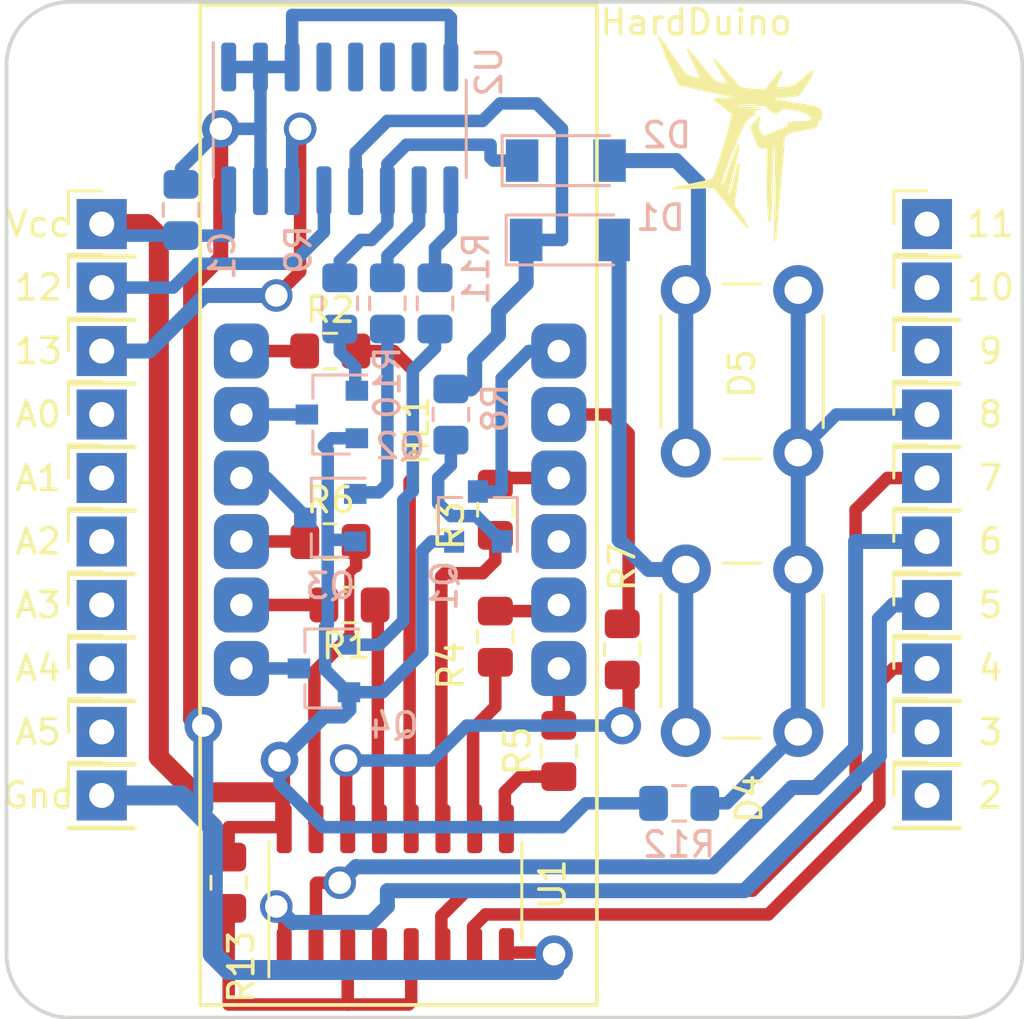
<source format=kicad_pcb>
(kicad_pcb (version 20171130) (host pcbnew "(5.1.4)-1")

  (general
    (thickness 1.6)
    (drawings 30)
    (tracks 265)
    (zones 0)
    (modules 49)
    (nets 56)
  )

  (page A4)
  (layers
    (0 F.Cu signal)
    (31 B.Cu signal)
    (32 B.Adhes user)
    (33 F.Adhes user)
    (34 B.Paste user)
    (35 F.Paste user)
    (36 B.SilkS user)
    (37 F.SilkS user)
    (38 B.Mask user)
    (39 F.Mask user)
    (40 Dwgs.User user)
    (41 Cmts.User user)
    (42 Eco1.User user)
    (43 Eco2.User user)
    (44 Edge.Cuts user)
    (45 Margin user)
    (46 B.CrtYd user)
    (47 F.CrtYd user)
    (48 B.Fab user)
    (49 F.Fab user)
  )

  (setup
    (last_trace_width 0.3)
    (user_trace_width 0.4)
    (user_trace_width 0.5)
    (user_trace_width 0.6)
    (user_trace_width 0.8)
    (user_trace_width 1)
    (trace_clearance 0.2)
    (zone_clearance 0.508)
    (zone_45_only no)
    (trace_min 0.3)
    (via_size 0.8)
    (via_drill 0.4)
    (via_min_size 0.3)
    (via_min_drill 0.3)
    (user_via 1.3 0.9)
    (user_via 1.5 0.9)
    (user_via 1.6 1.1)
    (uvia_size 0.3)
    (uvia_drill 0.1)
    (uvias_allowed no)
    (uvia_min_size 0.2)
    (uvia_min_drill 0.1)
    (edge_width 0.05)
    (segment_width 0.2)
    (pcb_text_width 0.3)
    (pcb_text_size 1.5 1.5)
    (mod_edge_width 0.12)
    (mod_text_size 1 1)
    (mod_text_width 0.15)
    (pad_size 2.2 2.2)
    (pad_drill 0.9)
    (pad_to_mask_clearance 0.051)
    (solder_mask_min_width 0.25)
    (aux_axis_origin 0 0)
    (visible_elements 7FFFFFFF)
    (pcbplotparams
      (layerselection 0x010fc_ffffffff)
      (usegerberextensions false)
      (usegerberattributes false)
      (usegerberadvancedattributes false)
      (creategerberjobfile false)
      (excludeedgelayer true)
      (linewidth 0.100000)
      (plotframeref false)
      (viasonmask false)
      (mode 1)
      (useauxorigin false)
      (hpglpennumber 1)
      (hpglpenspeed 20)
      (hpglpendiameter 15.000000)
      (psnegative false)
      (psa4output false)
      (plotreference true)
      (plotvalue true)
      (plotinvisibletext false)
      (padsonsilk false)
      (subtractmaskfromsilk false)
      (outputformat 1)
      (mirror false)
      (drillshape 1)
      (scaleselection 1)
      (outputdirectory ""))
  )

  (net 0 "")
  (net 1 "Net-(J2-Pad1)")
  (net 2 "Net-(J8-Pad1)")
  (net 3 "Net-(J9-Pad1)")
  (net 4 "Net-(J10-Pad1)")
  (net 5 "Net-(J13-Pad1)")
  (net 6 "Net-(J14-Pad1)")
  (net 7 "Net-(J15-Pad1)")
  (net 8 "Net-(J16-Pad1)")
  (net 9 "Net-(J17-Pad1)")
  (net 10 "Net-(J18-Pad1)")
  (net 11 "Net-(D1-Pad1)")
  (net 12 "Net-(D1-Pad2)")
  (net 13 "Net-(D2-Pad2)")
  (net 14 "Net-(D2-Pad1)")
  (net 15 "Net-(Q1-Pad1)")
  (net 16 "Net-(Q2-Pad1)")
  (net 17 "Net-(Q3-Pad1)")
  (net 18 "Net-(Q4-Pad1)")
  (net 19 "Net-(R1-Pad2)")
  (net 20 "Net-(R2-Pad2)")
  (net 21 "Net-(R3-Pad2)")
  (net 22 "Net-(R4-Pad2)")
  (net 23 "Net-(R5-Pad2)")
  (net 24 "Net-(R6-Pad2)")
  (net 25 "Net-(R7-Pad2)")
  (net 26 "Net-(R11-Pad2)")
  (net 27 VCC)
  (net 28 GND)
  (net 29 "Net-(R10-Pad2)")
  (net 30 "Net-(J1-Pad1)")
  (net 31 "Net-(R13-Pad1)")
  (net 32 /A0)
  (net 33 /A1)
  (net 34 "Net-(U1-Pad4)")
  (net 35 "Net-(U2-Pad7)")
  (net 36 "Net-(U2-Pad6)")
  (net 37 "Net-(U2-Pad5)")
  (net 38 "Net-(U2-Pad4)")
  (net 39 /Line0)
  (net 40 /D0)
  (net 41 /D1)
  (net 42 /D2)
  (net 43 /D3)
  (net 44 "Net-(HL1-Pad1)")
  (net 45 "Net-(HL1-Pad2)")
  (net 46 "Net-(HL1-Pad3)")
  (net 47 "Net-(HL1-Pad4)")
  (net 48 "Net-(HL1-Pad5)")
  (net 49 "Net-(HL1-Pad6)")
  (net 50 "Net-(HL1-Pad7)")
  (net 51 "Net-(HL1-Pad8)")
  (net 52 "Net-(HL1-Pad9)")
  (net 53 "Net-(HL1-Pad10)")
  (net 54 "Net-(HL1-Pad11)")
  (net 55 "Net-(HL1-Pad12)")

  (net_class Default "Это класс цепей по умолчанию."
    (clearance 0.2)
    (trace_width 0.3)
    (via_dia 0.8)
    (via_drill 0.4)
    (uvia_dia 0.3)
    (uvia_drill 0.1)
    (diff_pair_width 0.3)
    (diff_pair_gap 0.25)
    (add_net /A0)
    (add_net /A1)
    (add_net /D0)
    (add_net /D1)
    (add_net /D2)
    (add_net /D3)
    (add_net /Line0)
    (add_net GND)
    (add_net "Net-(D1-Pad1)")
    (add_net "Net-(D1-Pad2)")
    (add_net "Net-(D2-Pad1)")
    (add_net "Net-(D2-Pad2)")
    (add_net "Net-(HL1-Pad1)")
    (add_net "Net-(HL1-Pad10)")
    (add_net "Net-(HL1-Pad11)")
    (add_net "Net-(HL1-Pad12)")
    (add_net "Net-(HL1-Pad2)")
    (add_net "Net-(HL1-Pad3)")
    (add_net "Net-(HL1-Pad4)")
    (add_net "Net-(HL1-Pad5)")
    (add_net "Net-(HL1-Pad6)")
    (add_net "Net-(HL1-Pad7)")
    (add_net "Net-(HL1-Pad8)")
    (add_net "Net-(HL1-Pad9)")
    (add_net "Net-(J1-Pad1)")
    (add_net "Net-(J10-Pad1)")
    (add_net "Net-(J13-Pad1)")
    (add_net "Net-(J14-Pad1)")
    (add_net "Net-(J15-Pad1)")
    (add_net "Net-(J16-Pad1)")
    (add_net "Net-(J17-Pad1)")
    (add_net "Net-(J18-Pad1)")
    (add_net "Net-(J2-Pad1)")
    (add_net "Net-(J8-Pad1)")
    (add_net "Net-(J9-Pad1)")
    (add_net "Net-(Q1-Pad1)")
    (add_net "Net-(Q2-Pad1)")
    (add_net "Net-(Q3-Pad1)")
    (add_net "Net-(Q4-Pad1)")
    (add_net "Net-(R1-Pad2)")
    (add_net "Net-(R10-Pad2)")
    (add_net "Net-(R11-Pad2)")
    (add_net "Net-(R13-Pad1)")
    (add_net "Net-(R2-Pad2)")
    (add_net "Net-(R3-Pad2)")
    (add_net "Net-(R4-Pad2)")
    (add_net "Net-(R5-Pad2)")
    (add_net "Net-(R6-Pad2)")
    (add_net "Net-(R7-Pad2)")
    (add_net "Net-(U1-Pad4)")
    (add_net "Net-(U2-Pad4)")
    (add_net "Net-(U2-Pad5)")
    (add_net "Net-(U2-Pad6)")
    (add_net "Net-(U2-Pad7)")
    (add_net VCC)
  )

  (module CommonLibrary:7seg-4dig-0.4inch (layer F.Cu) (tedit 5DA1E15E) (tstamp 5D7B37B9)
    (at 104.648 71.12 90)
    (path /5D7B3B0A)
    (fp_text reference HL1 (at 3.175 0.635 90) (layer F.SilkS)
      (effects (font (size 1 1) (thickness 0.15)))
    )
    (fp_text value 7seg-4dig-0.4inch (at -6.35 -1.27 90) (layer F.Fab)
      (effects (font (size 1 1) (thickness 0.15)))
    )
    (fp_line (start -19.812 -8.001) (end 20.193 -8.001) (layer F.SilkS) (width 0.15))
    (fp_line (start 20.193 -8.001) (end 20.193 7.874) (layer F.SilkS) (width 0.15))
    (fp_line (start 20.193 7.874) (end -19.812 7.874) (layer F.SilkS) (width 0.15))
    (fp_line (start -19.812 7.874) (end -19.812 -8.001) (layer F.SilkS) (width 0.15))
    (pad 1 thru_hole roundrect (at -6.35 -6.35 90) (size 2.2 2.2) (drill 0.9) (layers *.Cu *.Mask) (roundrect_rratio 0.25)
      (net 44 "Net-(HL1-Pad1)"))
    (pad 2 thru_hole roundrect (at -3.81 -6.35 90) (size 2.2 2.2) (drill 0.9) (layers *.Cu *.Mask) (roundrect_rratio 0.25)
      (net 45 "Net-(HL1-Pad2)"))
    (pad 3 thru_hole roundrect (at -1.27 -6.35 90) (size 2.2 2.2) (drill 0.9) (layers *.Cu *.Mask) (roundrect_rratio 0.25)
      (net 46 "Net-(HL1-Pad3)"))
    (pad 4 thru_hole roundrect (at 1.27 -6.35 90) (size 2.2 2.2) (drill 0.9) (layers *.Cu *.Mask) (roundrect_rratio 0.25)
      (net 47 "Net-(HL1-Pad4)"))
    (pad 5 thru_hole roundrect (at 3.81 -6.35 90) (size 2.2 2.2) (drill 0.9) (layers *.Cu *.Mask) (roundrect_rratio 0.25)
      (net 48 "Net-(HL1-Pad5)"))
    (pad 6 thru_hole roundrect (at 6.35 -6.35 90) (size 2.2 2.2) (drill 0.9) (layers *.Cu *.Mask) (roundrect_rratio 0.25)
      (net 49 "Net-(HL1-Pad6)"))
    (pad 7 thru_hole roundrect (at 6.35 6.35 90) (size 2.2 2.2) (drill 0.9) (layers *.Cu *.Mask) (roundrect_rratio 0.25)
      (net 50 "Net-(HL1-Pad7)"))
    (pad 8 thru_hole roundrect (at 3.81 6.35 90) (size 2.2 2.2) (drill 0.9) (layers *.Cu *.Mask) (roundrect_rratio 0.25)
      (net 51 "Net-(HL1-Pad8)"))
    (pad 9 thru_hole roundrect (at 1.27 6.35 90) (size 2.2 2.2) (drill 0.9) (layers *.Cu *.Mask) (roundrect_rratio 0.25)
      (net 52 "Net-(HL1-Pad9)"))
    (pad 10 thru_hole roundrect (at -1.27 6.35 90) (size 2.2 2.2) (drill 0.9) (layers *.Cu *.Mask) (roundrect_rratio 0.25)
      (net 53 "Net-(HL1-Pad10)"))
    (pad 11 thru_hole roundrect (at -3.81 6.35 90) (size 2.2 2.2) (drill 0.9) (layers *.Cu *.Mask) (roundrect_rratio 0.25)
      (net 54 "Net-(HL1-Pad11)"))
    (pad 12 thru_hole roundrect (at -6.35 6.35 90) (size 2.2 2.2) (drill 0.9) (layers *.Cu *.Mask) (roundrect_rratio 0.25)
      (net 55 "Net-(HL1-Pad12)"))
  )

  (module Resistor_SMD:R_0805_2012Metric_Pad1.15x1.40mm_HandSolder (layer F.Cu) (tedit 5B36C52B) (tstamp 5D7B3884)
    (at 113.538 76.708 270)
    (descr "Resistor SMD 0805 (2012 Metric), square (rectangular) end terminal, IPC_7351 nominal with elongated pad for handsoldering. (Body size source: https://docs.google.com/spreadsheets/d/1BsfQQcO9C6DZCsRaXUlFlo91Tg2WpOkGARC1WS5S8t0/edit?usp=sharing), generated with kicad-footprint-generator")
    (tags "resistor handsolder")
    (path /5D7BC68C)
    (attr smd)
    (fp_text reference R7 (at -3.302 0 90) (layer F.SilkS)
      (effects (font (size 1 1) (thickness 0.15)))
    )
    (fp_text value 1k (at 0 1.65 90) (layer F.Fab)
      (effects (font (size 1 1) (thickness 0.15)))
    )
    (fp_text user %R (at 0 0 90) (layer F.Fab)
      (effects (font (size 0.5 0.5) (thickness 0.08)))
    )
    (fp_line (start 1.85 0.95) (end -1.85 0.95) (layer F.CrtYd) (width 0.05))
    (fp_line (start 1.85 -0.95) (end 1.85 0.95) (layer F.CrtYd) (width 0.05))
    (fp_line (start -1.85 -0.95) (end 1.85 -0.95) (layer F.CrtYd) (width 0.05))
    (fp_line (start -1.85 0.95) (end -1.85 -0.95) (layer F.CrtYd) (width 0.05))
    (fp_line (start -0.261252 0.71) (end 0.261252 0.71) (layer F.SilkS) (width 0.12))
    (fp_line (start -0.261252 -0.71) (end 0.261252 -0.71) (layer F.SilkS) (width 0.12))
    (fp_line (start 1 0.6) (end -1 0.6) (layer F.Fab) (width 0.1))
    (fp_line (start 1 -0.6) (end 1 0.6) (layer F.Fab) (width 0.1))
    (fp_line (start -1 -0.6) (end 1 -0.6) (layer F.Fab) (width 0.1))
    (fp_line (start -1 0.6) (end -1 -0.6) (layer F.Fab) (width 0.1))
    (pad 2 smd roundrect (at 1.025 0 270) (size 1.15 1.4) (layers F.Cu F.Paste F.Mask) (roundrect_rratio 0.217391)
      (net 25 "Net-(R7-Pad2)"))
    (pad 1 smd roundrect (at -1.025 0 270) (size 1.15 1.4) (layers F.Cu F.Paste F.Mask) (roundrect_rratio 0.217391)
      (net 51 "Net-(HL1-Pad8)"))
    (model ${KISYS3DMOD}/Resistor_SMD.3dshapes/R_0805_2012Metric.wrl
      (at (xyz 0 0 0))
      (scale (xyz 1 1 1))
      (rotate (xyz 0 0 0))
    )
  )

  (module MountingHole:MountingHole_3.2mm_M3 (layer F.Cu) (tedit 56D1B4CB) (tstamp 5D79781E)
    (at 92.71 54.61)
    (descr "Mounting Hole 3.2mm, no annular, M3")
    (tags "mounting hole 3.2mm no annular m3")
    (path /5D791BF4)
    (attr virtual)
    (fp_text reference H1 (at -3.81 -4.2) (layer F.SilkS) hide
      (effects (font (size 1 1) (thickness 0.15)))
    )
    (fp_text value MountingHole (at 2.54 -5.08) (layer F.Fab) hide
      (effects (font (size 1 1) (thickness 0.15)))
    )
    (fp_circle (center 0 0) (end 3.45 0) (layer F.CrtYd) (width 0.05))
    (fp_circle (center 0 0) (end 3.2 0) (layer Cmts.User) (width 0.15))
    (fp_text user %R (at 0.3 0) (layer F.Fab)
      (effects (font (size 1 1) (thickness 0.15)))
    )
    (pad 1 np_thru_hole circle (at 0 0) (size 3.2 3.2) (drill 3.2) (layers *.Cu *.Mask))
  )

  (module MountingHole:MountingHole_3.2mm_M3 (layer F.Cu) (tedit 56D1B4CB) (tstamp 5D797826)
    (at 92.71 87.63)
    (descr "Mounting Hole 3.2mm, no annular, M3")
    (tags "mounting hole 3.2mm no annular m3")
    (path /5D793188)
    (attr virtual)
    (fp_text reference H2 (at -3.81 3.81) (layer F.SilkS) hide
      (effects (font (size 1 1) (thickness 0.15)))
    )
    (fp_text value MountingHole (at 3.81 5.08) (layer F.Fab) hide
      (effects (font (size 1 1) (thickness 0.15)))
    )
    (fp_text user %R (at 0.3 0) (layer F.Fab)
      (effects (font (size 1 1) (thickness 0.15)))
    )
    (fp_circle (center 0 0) (end 3.2 0) (layer Cmts.User) (width 0.15))
    (fp_circle (center 0 0) (end 3.45 0) (layer F.CrtYd) (width 0.05))
    (pad 1 np_thru_hole circle (at 0 0) (size 3.2 3.2) (drill 3.2) (layers *.Cu *.Mask))
  )

  (module MountingHole:MountingHole_3.2mm_M3 (layer F.Cu) (tedit 56D1B4CB) (tstamp 5D79782E)
    (at 125.73 54.61)
    (descr "Mounting Hole 3.2mm, no annular, M3")
    (tags "mounting hole 3.2mm no annular m3")
    (path /5D793224)
    (attr virtual)
    (fp_text reference H3 (at 3.81 -3.81) (layer F.SilkS) hide
      (effects (font (size 1 1) (thickness 0.15)))
    )
    (fp_text value MountingHole (at -2.54 -5.08) (layer F.Fab) hide
      (effects (font (size 1 1) (thickness 0.15)))
    )
    (fp_circle (center 0 0) (end 3.45 0) (layer F.CrtYd) (width 0.05))
    (fp_circle (center 0 0) (end 3.2 0) (layer Cmts.User) (width 0.15))
    (fp_text user %R (at 0.3 0) (layer F.Fab)
      (effects (font (size 1 1) (thickness 0.15)))
    )
    (pad 1 np_thru_hole circle (at 0 0) (size 3.2 3.2) (drill 3.2) (layers *.Cu *.Mask))
  )

  (module MountingHole:MountingHole_3.2mm_M3 (layer F.Cu) (tedit 56D1B4CB) (tstamp 5D797836)
    (at 125.73 87.63)
    (descr "Mounting Hole 3.2mm, no annular, M3")
    (tags "mounting hole 3.2mm no annular m3")
    (path /5D7932CC)
    (attr virtual)
    (fp_text reference H4 (at 3.81 3.81) (layer F.SilkS) hide
      (effects (font (size 1 1) (thickness 0.15)))
    )
    (fp_text value MountingHole (at -5.08 5.08) (layer F.Fab) hide
      (effects (font (size 1 1) (thickness 0.15)))
    )
    (fp_text user %R (at 0 0) (layer F.Fab)
      (effects (font (size 1 1) (thickness 0.15)))
    )
    (fp_circle (center 0 0) (end 3.2 0) (layer Cmts.User) (width 0.15))
    (fp_circle (center 0 0) (end 3.45 0) (layer F.CrtYd) (width 0.05))
    (pad 1 np_thru_hole circle (at 0 0) (size 3.2 3.2) (drill 3.2) (layers *.Cu *.Mask))
  )

  (module Connector_PinHeader_2.54mm:PinHeader_1x01_P2.54mm_Vertical (layer F.Cu) (tedit 5D7D2200) (tstamp 5D79784B)
    (at 125.73 82.55)
    (descr "Through hole straight pin header, 1x01, 2.54mm pitch, single row")
    (tags "Through hole pin header THT 1x01 2.54mm single row")
    (path /5D793457)
    (fp_text reference J1 (at -2.54 0) (layer F.SilkS) hide
      (effects (font (size 1 1) (thickness 0.15)))
    )
    (fp_text value 2 (at 2.54 0) (layer F.Fab)
      (effects (font (size 1 1) (thickness 0.15)))
    )
    (fp_text user %R (at 0 0 90) (layer F.Fab)
      (effects (font (size 1 1) (thickness 0.15)))
    )
    (fp_line (start 1.8 -1.8) (end -1.8 -1.8) (layer F.CrtYd) (width 0.05))
    (fp_line (start 1.8 1.8) (end 1.8 -1.8) (layer F.CrtYd) (width 0.05))
    (fp_line (start -1.8 1.8) (end 1.8 1.8) (layer F.CrtYd) (width 0.05))
    (fp_line (start -1.8 -1.8) (end -1.8 1.8) (layer F.CrtYd) (width 0.05))
    (fp_line (start -1.33 -1.33) (end 0 -1.33) (layer F.SilkS) (width 0.12))
    (fp_line (start -1.33 0) (end -1.33 -1.33) (layer F.SilkS) (width 0.12))
    (fp_line (start -1.33 1.27) (end 1.33 1.27) (layer F.SilkS) (width 0.12))
    (fp_line (start 1.33 1.27) (end 1.33 1.33) (layer F.SilkS) (width 0.12))
    (fp_line (start -1.33 1.27) (end -1.33 1.33) (layer F.SilkS) (width 0.12))
    (fp_line (start -1.33 1.33) (end 1.33 1.33) (layer F.SilkS) (width 0.12))
    (fp_line (start -1.27 -0.635) (end -0.635 -1.27) (layer F.Fab) (width 0.1))
    (fp_line (start -1.27 1.27) (end -1.27 -0.635) (layer F.Fab) (width 0.1))
    (fp_line (start 1.27 1.27) (end -1.27 1.27) (layer F.Fab) (width 0.1))
    (fp_line (start 1.27 -1.27) (end 1.27 1.27) (layer F.Fab) (width 0.1))
    (fp_line (start -0.635 -1.27) (end 1.27 -1.27) (layer F.Fab) (width 0.1))
    (pad 1 thru_hole rect (at 0 0) (size 2 2) (drill 1) (layers *.Cu *.Mask)
      (net 30 "Net-(J1-Pad1)"))
    (model ${KISYS3DMOD}/Connector_PinHeader_2.54mm.3dshapes/PinHeader_1x01_P2.54mm_Vertical.wrl
      (at (xyz 0 0 0))
      (scale (xyz 1 1 1))
      (rotate (xyz 0 0 0))
    )
  )

  (module Connector_PinHeader_2.54mm:PinHeader_1x01_P2.54mm_Vertical (layer F.Cu) (tedit 5D7D21F9) (tstamp 5D797860)
    (at 125.73 80.01)
    (descr "Through hole straight pin header, 1x01, 2.54mm pitch, single row")
    (tags "Through hole pin header THT 1x01 2.54mm single row")
    (path /5D794940)
    (fp_text reference J2 (at -2.54 0) (layer F.SilkS) hide
      (effects (font (size 1 1) (thickness 0.15)))
    )
    (fp_text value 3 (at 2.54 0) (layer F.Fab)
      (effects (font (size 1 1) (thickness 0.15)))
    )
    (fp_line (start -0.635 -1.27) (end 1.27 -1.27) (layer F.Fab) (width 0.1))
    (fp_line (start 1.27 -1.27) (end 1.27 1.27) (layer F.Fab) (width 0.1))
    (fp_line (start 1.27 1.27) (end -1.27 1.27) (layer F.Fab) (width 0.1))
    (fp_line (start -1.27 1.27) (end -1.27 -0.635) (layer F.Fab) (width 0.1))
    (fp_line (start -1.27 -0.635) (end -0.635 -1.27) (layer F.Fab) (width 0.1))
    (fp_line (start -1.33 1.33) (end 1.33 1.33) (layer F.SilkS) (width 0.12))
    (fp_line (start -1.33 1.27) (end -1.33 1.33) (layer F.SilkS) (width 0.12))
    (fp_line (start 1.33 1.27) (end 1.33 1.33) (layer F.SilkS) (width 0.12))
    (fp_line (start -1.33 1.27) (end 1.33 1.27) (layer F.SilkS) (width 0.12))
    (fp_line (start -1.33 0) (end -1.33 -1.33) (layer F.SilkS) (width 0.12))
    (fp_line (start -1.33 -1.33) (end 0 -1.33) (layer F.SilkS) (width 0.12))
    (fp_line (start -1.8 -1.8) (end -1.8 1.8) (layer F.CrtYd) (width 0.05))
    (fp_line (start -1.8 1.8) (end 1.8 1.8) (layer F.CrtYd) (width 0.05))
    (fp_line (start 1.8 1.8) (end 1.8 -1.8) (layer F.CrtYd) (width 0.05))
    (fp_line (start 1.8 -1.8) (end -1.8 -1.8) (layer F.CrtYd) (width 0.05))
    (fp_text user %R (at 0 0 90) (layer F.Fab)
      (effects (font (size 1 1) (thickness 0.15)))
    )
    (pad 1 thru_hole rect (at 0 0) (size 2 2) (drill 1) (layers *.Cu *.Mask)
      (net 1 "Net-(J2-Pad1)"))
    (model ${KISYS3DMOD}/Connector_PinHeader_2.54mm.3dshapes/PinHeader_1x01_P2.54mm_Vertical.wrl
      (at (xyz 0 0 0))
      (scale (xyz 1 1 1))
      (rotate (xyz 0 0 0))
    )
  )

  (module Connector_PinHeader_2.54mm:PinHeader_1x01_P2.54mm_Vertical (layer F.Cu) (tedit 5D7D21F1) (tstamp 5D797875)
    (at 125.73 77.47)
    (descr "Through hole straight pin header, 1x01, 2.54mm pitch, single row")
    (tags "Through hole pin header THT 1x01 2.54mm single row")
    (path /5D794B32)
    (fp_text reference J3 (at -2.54 0) (layer F.SilkS) hide
      (effects (font (size 1 1) (thickness 0.15)))
    )
    (fp_text value 4 (at 2.54 0) (layer F.Fab)
      (effects (font (size 1 1) (thickness 0.15)))
    )
    (fp_text user %R (at 0 0 90) (layer F.Fab)
      (effects (font (size 1 1) (thickness 0.15)))
    )
    (fp_line (start 1.8 -1.8) (end -1.8 -1.8) (layer F.CrtYd) (width 0.05))
    (fp_line (start 1.8 1.8) (end 1.8 -1.8) (layer F.CrtYd) (width 0.05))
    (fp_line (start -1.8 1.8) (end 1.8 1.8) (layer F.CrtYd) (width 0.05))
    (fp_line (start -1.8 -1.8) (end -1.8 1.8) (layer F.CrtYd) (width 0.05))
    (fp_line (start -1.33 -1.33) (end 0 -1.33) (layer F.SilkS) (width 0.12))
    (fp_line (start -1.33 0) (end -1.33 -1.33) (layer F.SilkS) (width 0.12))
    (fp_line (start -1.33 1.27) (end 1.33 1.27) (layer F.SilkS) (width 0.12))
    (fp_line (start 1.33 1.27) (end 1.33 1.33) (layer F.SilkS) (width 0.12))
    (fp_line (start -1.33 1.27) (end -1.33 1.33) (layer F.SilkS) (width 0.12))
    (fp_line (start -1.33 1.33) (end 1.33 1.33) (layer F.SilkS) (width 0.12))
    (fp_line (start -1.27 -0.635) (end -0.635 -1.27) (layer F.Fab) (width 0.1))
    (fp_line (start -1.27 1.27) (end -1.27 -0.635) (layer F.Fab) (width 0.1))
    (fp_line (start 1.27 1.27) (end -1.27 1.27) (layer F.Fab) (width 0.1))
    (fp_line (start 1.27 -1.27) (end 1.27 1.27) (layer F.Fab) (width 0.1))
    (fp_line (start -0.635 -1.27) (end 1.27 -1.27) (layer F.Fab) (width 0.1))
    (pad 1 thru_hole rect (at 0 0) (size 2 2) (drill 1) (layers *.Cu *.Mask)
      (net 40 /D0))
    (model ${KISYS3DMOD}/Connector_PinHeader_2.54mm.3dshapes/PinHeader_1x01_P2.54mm_Vertical.wrl
      (at (xyz 0 0 0))
      (scale (xyz 1 1 1))
      (rotate (xyz 0 0 0))
    )
  )

  (module Connector_PinHeader_2.54mm:PinHeader_1x01_P2.54mm_Vertical (layer F.Cu) (tedit 5D7D21E9) (tstamp 5D79788A)
    (at 125.73 74.93)
    (descr "Through hole straight pin header, 1x01, 2.54mm pitch, single row")
    (tags "Through hole pin header THT 1x01 2.54mm single row")
    (path /5D794C66)
    (fp_text reference J4 (at -2.54 0) (layer F.SilkS) hide
      (effects (font (size 1 1) (thickness 0.15)))
    )
    (fp_text value 5 (at 2.54 0) (layer F.Fab)
      (effects (font (size 1 1) (thickness 0.15)))
    )
    (fp_line (start -0.635 -1.27) (end 1.27 -1.27) (layer F.Fab) (width 0.1))
    (fp_line (start 1.27 -1.27) (end 1.27 1.27) (layer F.Fab) (width 0.1))
    (fp_line (start 1.27 1.27) (end -1.27 1.27) (layer F.Fab) (width 0.1))
    (fp_line (start -1.27 1.27) (end -1.27 -0.635) (layer F.Fab) (width 0.1))
    (fp_line (start -1.27 -0.635) (end -0.635 -1.27) (layer F.Fab) (width 0.1))
    (fp_line (start -1.33 1.33) (end 1.33 1.33) (layer F.SilkS) (width 0.12))
    (fp_line (start -1.33 1.27) (end -1.33 1.33) (layer F.SilkS) (width 0.12))
    (fp_line (start 1.33 1.27) (end 1.33 1.33) (layer F.SilkS) (width 0.12))
    (fp_line (start -1.33 1.27) (end 1.33 1.27) (layer F.SilkS) (width 0.12))
    (fp_line (start -1.33 0) (end -1.33 -1.33) (layer F.SilkS) (width 0.12))
    (fp_line (start -1.33 -1.33) (end 0 -1.33) (layer F.SilkS) (width 0.12))
    (fp_line (start -1.8 -1.8) (end -1.8 1.8) (layer F.CrtYd) (width 0.05))
    (fp_line (start -1.8 1.8) (end 1.8 1.8) (layer F.CrtYd) (width 0.05))
    (fp_line (start 1.8 1.8) (end 1.8 -1.8) (layer F.CrtYd) (width 0.05))
    (fp_line (start 1.8 -1.8) (end -1.8 -1.8) (layer F.CrtYd) (width 0.05))
    (fp_text user %R (at 0 0 90) (layer F.Fab)
      (effects (font (size 1 1) (thickness 0.15)))
    )
    (pad 1 thru_hole rect (at 0 0) (size 2 2) (drill 1) (layers *.Cu *.Mask)
      (net 41 /D1))
    (model ${KISYS3DMOD}/Connector_PinHeader_2.54mm.3dshapes/PinHeader_1x01_P2.54mm_Vertical.wrl
      (at (xyz 0 0 0))
      (scale (xyz 1 1 1))
      (rotate (xyz 0 0 0))
    )
  )

  (module Connector_PinHeader_2.54mm:PinHeader_1x01_P2.54mm_Vertical (layer F.Cu) (tedit 5D7D21E2) (tstamp 5D79789F)
    (at 125.73 72.39)
    (descr "Through hole straight pin header, 1x01, 2.54mm pitch, single row")
    (tags "Through hole pin header THT 1x01 2.54mm single row")
    (path /5D794EF4)
    (fp_text reference J5 (at -2.54 0) (layer F.SilkS) hide
      (effects (font (size 1 1) (thickness 0.15)))
    )
    (fp_text value 6 (at 2.54 0) (layer F.Fab)
      (effects (font (size 1 1) (thickness 0.15)))
    )
    (fp_text user %R (at 0 0 90) (layer F.Fab)
      (effects (font (size 1 1) (thickness 0.15)))
    )
    (fp_line (start 1.8 -1.8) (end -1.8 -1.8) (layer F.CrtYd) (width 0.05))
    (fp_line (start 1.8 1.8) (end 1.8 -1.8) (layer F.CrtYd) (width 0.05))
    (fp_line (start -1.8 1.8) (end 1.8 1.8) (layer F.CrtYd) (width 0.05))
    (fp_line (start -1.8 -1.8) (end -1.8 1.8) (layer F.CrtYd) (width 0.05))
    (fp_line (start -1.33 -1.33) (end 0 -1.33) (layer F.SilkS) (width 0.12))
    (fp_line (start -1.33 0) (end -1.33 -1.33) (layer F.SilkS) (width 0.12))
    (fp_line (start -1.33 1.27) (end 1.33 1.27) (layer F.SilkS) (width 0.12))
    (fp_line (start 1.33 1.27) (end 1.33 1.33) (layer F.SilkS) (width 0.12))
    (fp_line (start -1.33 1.27) (end -1.33 1.33) (layer F.SilkS) (width 0.12))
    (fp_line (start -1.33 1.33) (end 1.33 1.33) (layer F.SilkS) (width 0.12))
    (fp_line (start -1.27 -0.635) (end -0.635 -1.27) (layer F.Fab) (width 0.1))
    (fp_line (start -1.27 1.27) (end -1.27 -0.635) (layer F.Fab) (width 0.1))
    (fp_line (start 1.27 1.27) (end -1.27 1.27) (layer F.Fab) (width 0.1))
    (fp_line (start 1.27 -1.27) (end 1.27 1.27) (layer F.Fab) (width 0.1))
    (fp_line (start -0.635 -1.27) (end 1.27 -1.27) (layer F.Fab) (width 0.1))
    (pad 1 thru_hole rect (at 0 0) (size 2 2) (drill 1) (layers *.Cu *.Mask)
      (net 42 /D2))
    (model ${KISYS3DMOD}/Connector_PinHeader_2.54mm.3dshapes/PinHeader_1x01_P2.54mm_Vertical.wrl
      (at (xyz 0 0 0))
      (scale (xyz 1 1 1))
      (rotate (xyz 0 0 0))
    )
  )

  (module Connector_PinHeader_2.54mm:PinHeader_1x01_P2.54mm_Vertical (layer F.Cu) (tedit 5D7D21D8) (tstamp 5D7978B4)
    (at 125.73 69.85)
    (descr "Through hole straight pin header, 1x01, 2.54mm pitch, single row")
    (tags "Through hole pin header THT 1x01 2.54mm single row")
    (path /5D795168)
    (fp_text reference J6 (at -2.54 0) (layer F.SilkS) hide
      (effects (font (size 1 1) (thickness 0.15)))
    )
    (fp_text value 7 (at 2.54 0) (layer F.Fab)
      (effects (font (size 1 1) (thickness 0.15)))
    )
    (fp_line (start -0.635 -1.27) (end 1.27 -1.27) (layer F.Fab) (width 0.1))
    (fp_line (start 1.27 -1.27) (end 1.27 1.27) (layer F.Fab) (width 0.1))
    (fp_line (start 1.27 1.27) (end -1.27 1.27) (layer F.Fab) (width 0.1))
    (fp_line (start -1.27 1.27) (end -1.27 -0.635) (layer F.Fab) (width 0.1))
    (fp_line (start -1.27 -0.635) (end -0.635 -1.27) (layer F.Fab) (width 0.1))
    (fp_line (start -1.33 1.33) (end 1.33 1.33) (layer F.SilkS) (width 0.12))
    (fp_line (start -1.33 1.27) (end -1.33 1.33) (layer F.SilkS) (width 0.12))
    (fp_line (start 1.33 1.27) (end 1.33 1.33) (layer F.SilkS) (width 0.12))
    (fp_line (start -1.33 1.27) (end 1.33 1.27) (layer F.SilkS) (width 0.12))
    (fp_line (start -1.33 0) (end -1.33 -1.33) (layer F.SilkS) (width 0.12))
    (fp_line (start -1.33 -1.33) (end 0 -1.33) (layer F.SilkS) (width 0.12))
    (fp_line (start -1.8 -1.8) (end -1.8 1.8) (layer F.CrtYd) (width 0.05))
    (fp_line (start -1.8 1.8) (end 1.8 1.8) (layer F.CrtYd) (width 0.05))
    (fp_line (start 1.8 1.8) (end 1.8 -1.8) (layer F.CrtYd) (width 0.05))
    (fp_line (start 1.8 -1.8) (end -1.8 -1.8) (layer F.CrtYd) (width 0.05))
    (fp_text user %R (at 0 0 90) (layer F.Fab)
      (effects (font (size 1 1) (thickness 0.15)))
    )
    (pad 1 thru_hole rect (at 0 0) (size 2 2) (drill 1) (layers *.Cu *.Mask)
      (net 43 /D3))
    (model ${KISYS3DMOD}/Connector_PinHeader_2.54mm.3dshapes/PinHeader_1x01_P2.54mm_Vertical.wrl
      (at (xyz 0 0 0))
      (scale (xyz 1 1 1))
      (rotate (xyz 0 0 0))
    )
  )

  (module Connector_PinHeader_2.54mm:PinHeader_1x01_P2.54mm_Vertical (layer F.Cu) (tedit 5D7D21D0) (tstamp 5D7978C9)
    (at 125.73 67.31)
    (descr "Through hole straight pin header, 1x01, 2.54mm pitch, single row")
    (tags "Through hole pin header THT 1x01 2.54mm single row")
    (path /5D795340)
    (fp_text reference J7 (at -2.54 0) (layer F.SilkS) hide
      (effects (font (size 1 1) (thickness 0.15)))
    )
    (fp_text value 8 (at 2.54 0) (layer F.Fab)
      (effects (font (size 1 1) (thickness 0.15)))
    )
    (fp_text user %R (at 0 0 90) (layer F.Fab)
      (effects (font (size 1 1) (thickness 0.15)))
    )
    (fp_line (start 1.8 -1.8) (end -1.8 -1.8) (layer F.CrtYd) (width 0.05))
    (fp_line (start 1.8 1.8) (end 1.8 -1.8) (layer F.CrtYd) (width 0.05))
    (fp_line (start -1.8 1.8) (end 1.8 1.8) (layer F.CrtYd) (width 0.05))
    (fp_line (start -1.8 -1.8) (end -1.8 1.8) (layer F.CrtYd) (width 0.05))
    (fp_line (start -1.33 -1.33) (end 0 -1.33) (layer F.SilkS) (width 0.12))
    (fp_line (start -1.33 0) (end -1.33 -1.33) (layer F.SilkS) (width 0.12))
    (fp_line (start -1.33 1.27) (end 1.33 1.27) (layer F.SilkS) (width 0.12))
    (fp_line (start 1.33 1.27) (end 1.33 1.33) (layer F.SilkS) (width 0.12))
    (fp_line (start -1.33 1.27) (end -1.33 1.33) (layer F.SilkS) (width 0.12))
    (fp_line (start -1.33 1.33) (end 1.33 1.33) (layer F.SilkS) (width 0.12))
    (fp_line (start -1.27 -0.635) (end -0.635 -1.27) (layer F.Fab) (width 0.1))
    (fp_line (start -1.27 1.27) (end -1.27 -0.635) (layer F.Fab) (width 0.1))
    (fp_line (start 1.27 1.27) (end -1.27 1.27) (layer F.Fab) (width 0.1))
    (fp_line (start 1.27 -1.27) (end 1.27 1.27) (layer F.Fab) (width 0.1))
    (fp_line (start -0.635 -1.27) (end 1.27 -1.27) (layer F.Fab) (width 0.1))
    (pad 1 thru_hole rect (at 0 0) (size 2 2) (drill 1) (layers *.Cu *.Mask)
      (net 39 /Line0))
    (model ${KISYS3DMOD}/Connector_PinHeader_2.54mm.3dshapes/PinHeader_1x01_P2.54mm_Vertical.wrl
      (at (xyz 0 0 0))
      (scale (xyz 1 1 1))
      (rotate (xyz 0 0 0))
    )
  )

  (module Connector_PinHeader_2.54mm:PinHeader_1x01_P2.54mm_Vertical (layer F.Cu) (tedit 5D7D21C7) (tstamp 5D7978DE)
    (at 125.73 64.77)
    (descr "Through hole straight pin header, 1x01, 2.54mm pitch, single row")
    (tags "Through hole pin header THT 1x01 2.54mm single row")
    (path /5D7955DE)
    (fp_text reference J8 (at -2.54 0) (layer F.SilkS) hide
      (effects (font (size 1 1) (thickness 0.15)))
    )
    (fp_text value 9 (at 2.54 0) (layer F.Fab)
      (effects (font (size 1 1) (thickness 0.15)))
    )
    (fp_line (start -0.635 -1.27) (end 1.27 -1.27) (layer F.Fab) (width 0.1))
    (fp_line (start 1.27 -1.27) (end 1.27 1.27) (layer F.Fab) (width 0.1))
    (fp_line (start 1.27 1.27) (end -1.27 1.27) (layer F.Fab) (width 0.1))
    (fp_line (start -1.27 1.27) (end -1.27 -0.635) (layer F.Fab) (width 0.1))
    (fp_line (start -1.27 -0.635) (end -0.635 -1.27) (layer F.Fab) (width 0.1))
    (fp_line (start -1.33 1.33) (end 1.33 1.33) (layer F.SilkS) (width 0.12))
    (fp_line (start -1.33 1.27) (end -1.33 1.33) (layer F.SilkS) (width 0.12))
    (fp_line (start 1.33 1.27) (end 1.33 1.33) (layer F.SilkS) (width 0.12))
    (fp_line (start -1.33 1.27) (end 1.33 1.27) (layer F.SilkS) (width 0.12))
    (fp_line (start -1.33 0) (end -1.33 -1.33) (layer F.SilkS) (width 0.12))
    (fp_line (start -1.33 -1.33) (end 0 -1.33) (layer F.SilkS) (width 0.12))
    (fp_line (start -1.8 -1.8) (end -1.8 1.8) (layer F.CrtYd) (width 0.05))
    (fp_line (start -1.8 1.8) (end 1.8 1.8) (layer F.CrtYd) (width 0.05))
    (fp_line (start 1.8 1.8) (end 1.8 -1.8) (layer F.CrtYd) (width 0.05))
    (fp_line (start 1.8 -1.8) (end -1.8 -1.8) (layer F.CrtYd) (width 0.05))
    (fp_text user %R (at 0 0 90) (layer F.Fab)
      (effects (font (size 1 1) (thickness 0.15)))
    )
    (pad 1 thru_hole rect (at 0 0) (size 2 2) (drill 1) (layers *.Cu *.Mask)
      (net 2 "Net-(J8-Pad1)"))
    (model ${KISYS3DMOD}/Connector_PinHeader_2.54mm.3dshapes/PinHeader_1x01_P2.54mm_Vertical.wrl
      (at (xyz 0 0 0))
      (scale (xyz 1 1 1))
      (rotate (xyz 0 0 0))
    )
  )

  (module Connector_PinHeader_2.54mm:PinHeader_1x01_P2.54mm_Vertical (layer F.Cu) (tedit 5D7D21BD) (tstamp 5D7978F3)
    (at 125.73 62.23)
    (descr "Through hole straight pin header, 1x01, 2.54mm pitch, single row")
    (tags "Through hole pin header THT 1x01 2.54mm single row")
    (path /5D7957DA)
    (fp_text reference J9 (at -2.54 0) (layer F.SilkS) hide
      (effects (font (size 1 1) (thickness 0.15)))
    )
    (fp_text value 10 (at 2.54 0) (layer F.Fab)
      (effects (font (size 1 1) (thickness 0.15)))
    )
    (fp_text user %R (at 0 0 90) (layer F.Fab)
      (effects (font (size 1 1) (thickness 0.15)))
    )
    (fp_line (start 1.8 -1.8) (end -1.8 -1.8) (layer F.CrtYd) (width 0.05))
    (fp_line (start 1.8 1.8) (end 1.8 -1.8) (layer F.CrtYd) (width 0.05))
    (fp_line (start -1.8 1.8) (end 1.8 1.8) (layer F.CrtYd) (width 0.05))
    (fp_line (start -1.8 -1.8) (end -1.8 1.8) (layer F.CrtYd) (width 0.05))
    (fp_line (start -1.33 -1.33) (end 0 -1.33) (layer F.SilkS) (width 0.12))
    (fp_line (start -1.33 0) (end -1.33 -1.33) (layer F.SilkS) (width 0.12))
    (fp_line (start -1.33 1.27) (end 1.33 1.27) (layer F.SilkS) (width 0.12))
    (fp_line (start 1.33 1.27) (end 1.33 1.33) (layer F.SilkS) (width 0.12))
    (fp_line (start -1.33 1.27) (end -1.33 1.33) (layer F.SilkS) (width 0.12))
    (fp_line (start -1.33 1.33) (end 1.33 1.33) (layer F.SilkS) (width 0.12))
    (fp_line (start -1.27 -0.635) (end -0.635 -1.27) (layer F.Fab) (width 0.1))
    (fp_line (start -1.27 1.27) (end -1.27 -0.635) (layer F.Fab) (width 0.1))
    (fp_line (start 1.27 1.27) (end -1.27 1.27) (layer F.Fab) (width 0.1))
    (fp_line (start 1.27 -1.27) (end 1.27 1.27) (layer F.Fab) (width 0.1))
    (fp_line (start -0.635 -1.27) (end 1.27 -1.27) (layer F.Fab) (width 0.1))
    (pad 1 thru_hole rect (at 0 0) (size 2 2) (drill 1) (layers *.Cu *.Mask)
      (net 3 "Net-(J9-Pad1)"))
    (model ${KISYS3DMOD}/Connector_PinHeader_2.54mm.3dshapes/PinHeader_1x01_P2.54mm_Vertical.wrl
      (at (xyz 0 0 0))
      (scale (xyz 1 1 1))
      (rotate (xyz 0 0 0))
    )
  )

  (module Connector_PinHeader_2.54mm:PinHeader_1x01_P2.54mm_Vertical (layer F.Cu) (tedit 5D7D21B6) (tstamp 5D797908)
    (at 125.73 59.69)
    (descr "Through hole straight pin header, 1x01, 2.54mm pitch, single row")
    (tags "Through hole pin header THT 1x01 2.54mm single row")
    (path /5D795810)
    (fp_text reference J10 (at -2.54 0) (layer F.SilkS) hide
      (effects (font (size 1 1) (thickness 0.15)))
    )
    (fp_text value 11 (at 2.54 0) (layer F.Fab)
      (effects (font (size 1 1) (thickness 0.15)))
    )
    (fp_line (start -0.635 -1.27) (end 1.27 -1.27) (layer F.Fab) (width 0.1))
    (fp_line (start 1.27 -1.27) (end 1.27 1.27) (layer F.Fab) (width 0.1))
    (fp_line (start 1.27 1.27) (end -1.27 1.27) (layer F.Fab) (width 0.1))
    (fp_line (start -1.27 1.27) (end -1.27 -0.635) (layer F.Fab) (width 0.1))
    (fp_line (start -1.27 -0.635) (end -0.635 -1.27) (layer F.Fab) (width 0.1))
    (fp_line (start -1.33 1.33) (end 1.33 1.33) (layer F.SilkS) (width 0.12))
    (fp_line (start -1.33 1.27) (end -1.33 1.33) (layer F.SilkS) (width 0.12))
    (fp_line (start 1.33 1.27) (end 1.33 1.33) (layer F.SilkS) (width 0.12))
    (fp_line (start -1.33 1.27) (end 1.33 1.27) (layer F.SilkS) (width 0.12))
    (fp_line (start -1.33 0) (end -1.33 -1.33) (layer F.SilkS) (width 0.12))
    (fp_line (start -1.33 -1.33) (end 0 -1.33) (layer F.SilkS) (width 0.12))
    (fp_line (start -1.8 -1.8) (end -1.8 1.8) (layer F.CrtYd) (width 0.05))
    (fp_line (start -1.8 1.8) (end 1.8 1.8) (layer F.CrtYd) (width 0.05))
    (fp_line (start 1.8 1.8) (end 1.8 -1.8) (layer F.CrtYd) (width 0.05))
    (fp_line (start 1.8 -1.8) (end -1.8 -1.8) (layer F.CrtYd) (width 0.05))
    (fp_text user %R (at 0 0 90) (layer F.Fab)
      (effects (font (size 1 1) (thickness 0.15)))
    )
    (pad 1 thru_hole rect (at 0 0) (size 2 2) (drill 1) (layers *.Cu *.Mask)
      (net 4 "Net-(J10-Pad1)"))
    (model ${KISYS3DMOD}/Connector_PinHeader_2.54mm.3dshapes/PinHeader_1x01_P2.54mm_Vertical.wrl
      (at (xyz 0 0 0))
      (scale (xyz 1 1 1))
      (rotate (xyz 0 0 0))
    )
  )

  (module Connector_PinHeader_2.54mm:PinHeader_1x01_P2.54mm_Vertical (layer F.Cu) (tedit 5D7D2229) (tstamp 5D79791D)
    (at 92.71 62.23)
    (descr "Through hole straight pin header, 1x01, 2.54mm pitch, single row")
    (tags "Through hole pin header THT 1x01 2.54mm single row")
    (path /5D7959D6)
    (fp_text reference J11 (at 3.175 0) (layer F.SilkS) hide
      (effects (font (size 1 1) (thickness 0.15)))
    )
    (fp_text value 12 (at -2.54 0) (layer F.Fab)
      (effects (font (size 1 1) (thickness 0.15)))
    )
    (fp_text user %R (at 0 0 90) (layer F.Fab)
      (effects (font (size 1 1) (thickness 0.15)))
    )
    (fp_line (start 1.8 -1.8) (end -1.8 -1.8) (layer F.CrtYd) (width 0.05))
    (fp_line (start 1.8 1.8) (end 1.8 -1.8) (layer F.CrtYd) (width 0.05))
    (fp_line (start -1.8 1.8) (end 1.8 1.8) (layer F.CrtYd) (width 0.05))
    (fp_line (start -1.8 -1.8) (end -1.8 1.8) (layer F.CrtYd) (width 0.05))
    (fp_line (start -1.33 -1.33) (end 0 -1.33) (layer F.SilkS) (width 0.12))
    (fp_line (start -1.33 0) (end -1.33 -1.33) (layer F.SilkS) (width 0.12))
    (fp_line (start -1.33 1.27) (end 1.33 1.27) (layer F.SilkS) (width 0.12))
    (fp_line (start 1.33 1.27) (end 1.33 1.33) (layer F.SilkS) (width 0.12))
    (fp_line (start -1.33 1.27) (end -1.33 1.33) (layer F.SilkS) (width 0.12))
    (fp_line (start -1.33 1.33) (end 1.33 1.33) (layer F.SilkS) (width 0.12))
    (fp_line (start -1.27 -0.635) (end -0.635 -1.27) (layer F.Fab) (width 0.1))
    (fp_line (start -1.27 1.27) (end -1.27 -0.635) (layer F.Fab) (width 0.1))
    (fp_line (start 1.27 1.27) (end -1.27 1.27) (layer F.Fab) (width 0.1))
    (fp_line (start 1.27 -1.27) (end 1.27 1.27) (layer F.Fab) (width 0.1))
    (fp_line (start -0.635 -1.27) (end 1.27 -1.27) (layer F.Fab) (width 0.1))
    (pad 1 thru_hole rect (at 0 0) (size 2 2) (drill 1) (layers *.Cu *.Mask)
      (net 32 /A0))
    (model ${KISYS3DMOD}/Connector_PinHeader_2.54mm.3dshapes/PinHeader_1x01_P2.54mm_Vertical.wrl
      (at (xyz 0 0 0))
      (scale (xyz 1 1 1))
      (rotate (xyz 0 0 0))
    )
  )

  (module Connector_PinHeader_2.54mm:PinHeader_1x01_P2.54mm_Vertical (layer F.Cu) (tedit 5D7D2231) (tstamp 5D797932)
    (at 92.71 64.77)
    (descr "Through hole straight pin header, 1x01, 2.54mm pitch, single row")
    (tags "Through hole pin header THT 1x01 2.54mm single row")
    (path /5D79744D)
    (fp_text reference J12 (at 3.175 0) (layer F.SilkS) hide
      (effects (font (size 1 1) (thickness 0.15)))
    )
    (fp_text value 13 (at -2.54 0) (layer F.Fab)
      (effects (font (size 1 1) (thickness 0.15)))
    )
    (fp_line (start -0.635 -1.27) (end 1.27 -1.27) (layer F.Fab) (width 0.1))
    (fp_line (start 1.27 -1.27) (end 1.27 1.27) (layer F.Fab) (width 0.1))
    (fp_line (start 1.27 1.27) (end -1.27 1.27) (layer F.Fab) (width 0.1))
    (fp_line (start -1.27 1.27) (end -1.27 -0.635) (layer F.Fab) (width 0.1))
    (fp_line (start -1.27 -0.635) (end -0.635 -1.27) (layer F.Fab) (width 0.1))
    (fp_line (start -1.33 1.33) (end 1.33 1.33) (layer F.SilkS) (width 0.12))
    (fp_line (start -1.33 1.27) (end -1.33 1.33) (layer F.SilkS) (width 0.12))
    (fp_line (start 1.33 1.27) (end 1.33 1.33) (layer F.SilkS) (width 0.12))
    (fp_line (start -1.33 1.27) (end 1.33 1.27) (layer F.SilkS) (width 0.12))
    (fp_line (start -1.33 0) (end -1.33 -1.33) (layer F.SilkS) (width 0.12))
    (fp_line (start -1.33 -1.33) (end 0 -1.33) (layer F.SilkS) (width 0.12))
    (fp_line (start -1.8 -1.8) (end -1.8 1.8) (layer F.CrtYd) (width 0.05))
    (fp_line (start -1.8 1.8) (end 1.8 1.8) (layer F.CrtYd) (width 0.05))
    (fp_line (start 1.8 1.8) (end 1.8 -1.8) (layer F.CrtYd) (width 0.05))
    (fp_line (start 1.8 -1.8) (end -1.8 -1.8) (layer F.CrtYd) (width 0.05))
    (fp_text user %R (at 0 0 90) (layer F.Fab)
      (effects (font (size 1 1) (thickness 0.15)))
    )
    (pad 1 thru_hole rect (at 0 0) (size 2 2) (drill 1) (layers *.Cu *.Mask)
      (net 33 /A1))
    (model ${KISYS3DMOD}/Connector_PinHeader_2.54mm.3dshapes/PinHeader_1x01_P2.54mm_Vertical.wrl
      (at (xyz 0 0 0))
      (scale (xyz 1 1 1))
      (rotate (xyz 0 0 0))
    )
  )

  (module Connector_PinHeader_2.54mm:PinHeader_1x01_P2.54mm_Vertical (layer F.Cu) (tedit 5D7D2237) (tstamp 5D797947)
    (at 92.71 67.31)
    (descr "Through hole straight pin header, 1x01, 2.54mm pitch, single row")
    (tags "Through hole pin header THT 1x01 2.54mm single row")
    (path /5D795BCF)
    (fp_text reference J13 (at 3.175 0) (layer F.SilkS) hide
      (effects (font (size 1 1) (thickness 0.15)))
    )
    (fp_text value A0 (at -2.54 0) (layer F.Fab)
      (effects (font (size 1 1) (thickness 0.15)))
    )
    (fp_line (start -0.635 -1.27) (end 1.27 -1.27) (layer F.Fab) (width 0.1))
    (fp_line (start 1.27 -1.27) (end 1.27 1.27) (layer F.Fab) (width 0.1))
    (fp_line (start 1.27 1.27) (end -1.27 1.27) (layer F.Fab) (width 0.1))
    (fp_line (start -1.27 1.27) (end -1.27 -0.635) (layer F.Fab) (width 0.1))
    (fp_line (start -1.27 -0.635) (end -0.635 -1.27) (layer F.Fab) (width 0.1))
    (fp_line (start -1.33 1.33) (end 1.33 1.33) (layer F.SilkS) (width 0.12))
    (fp_line (start -1.33 1.27) (end -1.33 1.33) (layer F.SilkS) (width 0.12))
    (fp_line (start 1.33 1.27) (end 1.33 1.33) (layer F.SilkS) (width 0.12))
    (fp_line (start -1.33 1.27) (end 1.33 1.27) (layer F.SilkS) (width 0.12))
    (fp_line (start -1.33 0) (end -1.33 -1.33) (layer F.SilkS) (width 0.12))
    (fp_line (start -1.33 -1.33) (end 0 -1.33) (layer F.SilkS) (width 0.12))
    (fp_line (start -1.8 -1.8) (end -1.8 1.8) (layer F.CrtYd) (width 0.05))
    (fp_line (start -1.8 1.8) (end 1.8 1.8) (layer F.CrtYd) (width 0.05))
    (fp_line (start 1.8 1.8) (end 1.8 -1.8) (layer F.CrtYd) (width 0.05))
    (fp_line (start 1.8 -1.8) (end -1.8 -1.8) (layer F.CrtYd) (width 0.05))
    (fp_text user %R (at 0 0 90) (layer F.Fab)
      (effects (font (size 1 1) (thickness 0.15)))
    )
    (pad 1 thru_hole rect (at 0 0) (size 2 2) (drill 1) (layers *.Cu *.Mask)
      (net 5 "Net-(J13-Pad1)"))
    (model ${KISYS3DMOD}/Connector_PinHeader_2.54mm.3dshapes/PinHeader_1x01_P2.54mm_Vertical.wrl
      (at (xyz 0 0 0))
      (scale (xyz 1 1 1))
      (rotate (xyz 0 0 0))
    )
  )

  (module Connector_PinHeader_2.54mm:PinHeader_1x01_P2.54mm_Vertical (layer F.Cu) (tedit 5D7D223D) (tstamp 5D79795C)
    (at 92.71 69.85)
    (descr "Through hole straight pin header, 1x01, 2.54mm pitch, single row")
    (tags "Through hole pin header THT 1x01 2.54mm single row")
    (path /5D7961B8)
    (fp_text reference J14 (at 3.175 0) (layer F.SilkS) hide
      (effects (font (size 1 1) (thickness 0.15)))
    )
    (fp_text value A1 (at -2.54 0) (layer F.Fab)
      (effects (font (size 1 1) (thickness 0.15)))
    )
    (fp_text user %R (at 0 0 90) (layer F.Fab)
      (effects (font (size 1 1) (thickness 0.15)))
    )
    (fp_line (start 1.8 -1.8) (end -1.8 -1.8) (layer F.CrtYd) (width 0.05))
    (fp_line (start 1.8 1.8) (end 1.8 -1.8) (layer F.CrtYd) (width 0.05))
    (fp_line (start -1.8 1.8) (end 1.8 1.8) (layer F.CrtYd) (width 0.05))
    (fp_line (start -1.8 -1.8) (end -1.8 1.8) (layer F.CrtYd) (width 0.05))
    (fp_line (start -1.33 -1.33) (end 0 -1.33) (layer F.SilkS) (width 0.12))
    (fp_line (start -1.33 0) (end -1.33 -1.33) (layer F.SilkS) (width 0.12))
    (fp_line (start -1.33 1.27) (end 1.33 1.27) (layer F.SilkS) (width 0.12))
    (fp_line (start 1.33 1.27) (end 1.33 1.33) (layer F.SilkS) (width 0.12))
    (fp_line (start -1.33 1.27) (end -1.33 1.33) (layer F.SilkS) (width 0.12))
    (fp_line (start -1.33 1.33) (end 1.33 1.33) (layer F.SilkS) (width 0.12))
    (fp_line (start -1.27 -0.635) (end -0.635 -1.27) (layer F.Fab) (width 0.1))
    (fp_line (start -1.27 1.27) (end -1.27 -0.635) (layer F.Fab) (width 0.1))
    (fp_line (start 1.27 1.27) (end -1.27 1.27) (layer F.Fab) (width 0.1))
    (fp_line (start 1.27 -1.27) (end 1.27 1.27) (layer F.Fab) (width 0.1))
    (fp_line (start -0.635 -1.27) (end 1.27 -1.27) (layer F.Fab) (width 0.1))
    (pad 1 thru_hole rect (at 0 0) (size 2 2) (drill 1) (layers *.Cu *.Mask)
      (net 6 "Net-(J14-Pad1)"))
    (model ${KISYS3DMOD}/Connector_PinHeader_2.54mm.3dshapes/PinHeader_1x01_P2.54mm_Vertical.wrl
      (at (xyz 0 0 0))
      (scale (xyz 1 1 1))
      (rotate (xyz 0 0 0))
    )
  )

  (module Connector_PinHeader_2.54mm:PinHeader_1x01_P2.54mm_Vertical (layer F.Cu) (tedit 5D7D2247) (tstamp 5D797971)
    (at 92.71 72.39)
    (descr "Through hole straight pin header, 1x01, 2.54mm pitch, single row")
    (tags "Through hole pin header THT 1x01 2.54mm single row")
    (path /5D7963EC)
    (fp_text reference J15 (at 3.175 0) (layer F.SilkS) hide
      (effects (font (size 1 1) (thickness 0.15)))
    )
    (fp_text value A2 (at -2.54 0) (layer F.Fab)
      (effects (font (size 1 1) (thickness 0.15)))
    )
    (fp_line (start -0.635 -1.27) (end 1.27 -1.27) (layer F.Fab) (width 0.1))
    (fp_line (start 1.27 -1.27) (end 1.27 1.27) (layer F.Fab) (width 0.1))
    (fp_line (start 1.27 1.27) (end -1.27 1.27) (layer F.Fab) (width 0.1))
    (fp_line (start -1.27 1.27) (end -1.27 -0.635) (layer F.Fab) (width 0.1))
    (fp_line (start -1.27 -0.635) (end -0.635 -1.27) (layer F.Fab) (width 0.1))
    (fp_line (start -1.33 1.33) (end 1.33 1.33) (layer F.SilkS) (width 0.12))
    (fp_line (start -1.33 1.27) (end -1.33 1.33) (layer F.SilkS) (width 0.12))
    (fp_line (start 1.33 1.27) (end 1.33 1.33) (layer F.SilkS) (width 0.12))
    (fp_line (start -1.33 1.27) (end 1.33 1.27) (layer F.SilkS) (width 0.12))
    (fp_line (start -1.33 0) (end -1.33 -1.33) (layer F.SilkS) (width 0.12))
    (fp_line (start -1.33 -1.33) (end 0 -1.33) (layer F.SilkS) (width 0.12))
    (fp_line (start -1.8 -1.8) (end -1.8 1.8) (layer F.CrtYd) (width 0.05))
    (fp_line (start -1.8 1.8) (end 1.8 1.8) (layer F.CrtYd) (width 0.05))
    (fp_line (start 1.8 1.8) (end 1.8 -1.8) (layer F.CrtYd) (width 0.05))
    (fp_line (start 1.8 -1.8) (end -1.8 -1.8) (layer F.CrtYd) (width 0.05))
    (fp_text user %R (at 0 0 90) (layer F.Fab)
      (effects (font (size 1 1) (thickness 0.15)))
    )
    (pad 1 thru_hole rect (at 0 0) (size 2 2) (drill 1) (layers *.Cu *.Mask)
      (net 7 "Net-(J15-Pad1)"))
    (model ${KISYS3DMOD}/Connector_PinHeader_2.54mm.3dshapes/PinHeader_1x01_P2.54mm_Vertical.wrl
      (at (xyz 0 0 0))
      (scale (xyz 1 1 1))
      (rotate (xyz 0 0 0))
    )
  )

  (module Connector_PinHeader_2.54mm:PinHeader_1x01_P2.54mm_Vertical (layer F.Cu) (tedit 5D7D224D) (tstamp 5D797986)
    (at 92.71 74.93)
    (descr "Through hole straight pin header, 1x01, 2.54mm pitch, single row")
    (tags "Through hole pin header THT 1x01 2.54mm single row")
    (path /5D7965E2)
    (fp_text reference J16 (at 3.175 0) (layer F.SilkS) hide
      (effects (font (size 1 1) (thickness 0.15)))
    )
    (fp_text value A3 (at -2.54 0) (layer F.Fab)
      (effects (font (size 1 1) (thickness 0.15)))
    )
    (fp_text user %R (at 0 0 90) (layer F.Fab)
      (effects (font (size 1 1) (thickness 0.15)))
    )
    (fp_line (start 1.8 -1.8) (end -1.8 -1.8) (layer F.CrtYd) (width 0.05))
    (fp_line (start 1.8 1.8) (end 1.8 -1.8) (layer F.CrtYd) (width 0.05))
    (fp_line (start -1.8 1.8) (end 1.8 1.8) (layer F.CrtYd) (width 0.05))
    (fp_line (start -1.8 -1.8) (end -1.8 1.8) (layer F.CrtYd) (width 0.05))
    (fp_line (start -1.33 -1.33) (end 0 -1.33) (layer F.SilkS) (width 0.12))
    (fp_line (start -1.33 0) (end -1.33 -1.33) (layer F.SilkS) (width 0.12))
    (fp_line (start -1.33 1.27) (end 1.33 1.27) (layer F.SilkS) (width 0.12))
    (fp_line (start 1.33 1.27) (end 1.33 1.33) (layer F.SilkS) (width 0.12))
    (fp_line (start -1.33 1.27) (end -1.33 1.33) (layer F.SilkS) (width 0.12))
    (fp_line (start -1.33 1.33) (end 1.33 1.33) (layer F.SilkS) (width 0.12))
    (fp_line (start -1.27 -0.635) (end -0.635 -1.27) (layer F.Fab) (width 0.1))
    (fp_line (start -1.27 1.27) (end -1.27 -0.635) (layer F.Fab) (width 0.1))
    (fp_line (start 1.27 1.27) (end -1.27 1.27) (layer F.Fab) (width 0.1))
    (fp_line (start 1.27 -1.27) (end 1.27 1.27) (layer F.Fab) (width 0.1))
    (fp_line (start -0.635 -1.27) (end 1.27 -1.27) (layer F.Fab) (width 0.1))
    (pad 1 thru_hole rect (at 0 0) (size 2 2) (drill 1) (layers *.Cu *.Mask)
      (net 8 "Net-(J16-Pad1)"))
    (model ${KISYS3DMOD}/Connector_PinHeader_2.54mm.3dshapes/PinHeader_1x01_P2.54mm_Vertical.wrl
      (at (xyz 0 0 0))
      (scale (xyz 1 1 1))
      (rotate (xyz 0 0 0))
    )
  )

  (module Connector_PinHeader_2.54mm:PinHeader_1x01_P2.54mm_Vertical (layer F.Cu) (tedit 5D7D2252) (tstamp 5D79799B)
    (at 92.71 77.47)
    (descr "Through hole straight pin header, 1x01, 2.54mm pitch, single row")
    (tags "Through hole pin header THT 1x01 2.54mm single row")
    (path /5D796826)
    (fp_text reference J17 (at 3.175 0) (layer F.SilkS) hide
      (effects (font (size 1 1) (thickness 0.15)))
    )
    (fp_text value A4 (at -2.54 0) (layer F.Fab)
      (effects (font (size 1 1) (thickness 0.15)))
    )
    (fp_line (start -0.635 -1.27) (end 1.27 -1.27) (layer F.Fab) (width 0.1))
    (fp_line (start 1.27 -1.27) (end 1.27 1.27) (layer F.Fab) (width 0.1))
    (fp_line (start 1.27 1.27) (end -1.27 1.27) (layer F.Fab) (width 0.1))
    (fp_line (start -1.27 1.27) (end -1.27 -0.635) (layer F.Fab) (width 0.1))
    (fp_line (start -1.27 -0.635) (end -0.635 -1.27) (layer F.Fab) (width 0.1))
    (fp_line (start -1.33 1.33) (end 1.33 1.33) (layer F.SilkS) (width 0.12))
    (fp_line (start -1.33 1.27) (end -1.33 1.33) (layer F.SilkS) (width 0.12))
    (fp_line (start 1.33 1.27) (end 1.33 1.33) (layer F.SilkS) (width 0.12))
    (fp_line (start -1.33 1.27) (end 1.33 1.27) (layer F.SilkS) (width 0.12))
    (fp_line (start -1.33 0) (end -1.33 -1.33) (layer F.SilkS) (width 0.12))
    (fp_line (start -1.33 -1.33) (end 0 -1.33) (layer F.SilkS) (width 0.12))
    (fp_line (start -1.8 -1.8) (end -1.8 1.8) (layer F.CrtYd) (width 0.05))
    (fp_line (start -1.8 1.8) (end 1.8 1.8) (layer F.CrtYd) (width 0.05))
    (fp_line (start 1.8 1.8) (end 1.8 -1.8) (layer F.CrtYd) (width 0.05))
    (fp_line (start 1.8 -1.8) (end -1.8 -1.8) (layer F.CrtYd) (width 0.05))
    (fp_text user %R (at 0 0 90) (layer F.Fab)
      (effects (font (size 1 1) (thickness 0.15)))
    )
    (pad 1 thru_hole rect (at 0 0) (size 2 2) (drill 1) (layers *.Cu *.Mask)
      (net 9 "Net-(J17-Pad1)"))
    (model ${KISYS3DMOD}/Connector_PinHeader_2.54mm.3dshapes/PinHeader_1x01_P2.54mm_Vertical.wrl
      (at (xyz 0 0 0))
      (scale (xyz 1 1 1))
      (rotate (xyz 0 0 0))
    )
  )

  (module Connector_PinHeader_2.54mm:PinHeader_1x01_P2.54mm_Vertical (layer F.Cu) (tedit 5D7D225B) (tstamp 5D7979B0)
    (at 92.71 80.01)
    (descr "Through hole straight pin header, 1x01, 2.54mm pitch, single row")
    (tags "Through hole pin header THT 1x01 2.54mm single row")
    (path /5D796A8E)
    (fp_text reference J18 (at 3.175 0) (layer F.SilkS) hide
      (effects (font (size 1 1) (thickness 0.15)))
    )
    (fp_text value A5 (at -2.54 0) (layer F.Fab)
      (effects (font (size 1 1) (thickness 0.15)))
    )
    (fp_text user %R (at 0 0 90) (layer F.Fab)
      (effects (font (size 1 1) (thickness 0.15)))
    )
    (fp_line (start 1.8 -1.8) (end -1.8 -1.8) (layer F.CrtYd) (width 0.05))
    (fp_line (start 1.8 1.8) (end 1.8 -1.8) (layer F.CrtYd) (width 0.05))
    (fp_line (start -1.8 1.8) (end 1.8 1.8) (layer F.CrtYd) (width 0.05))
    (fp_line (start -1.8 -1.8) (end -1.8 1.8) (layer F.CrtYd) (width 0.05))
    (fp_line (start -1.33 -1.33) (end 0 -1.33) (layer F.SilkS) (width 0.12))
    (fp_line (start -1.33 0) (end -1.33 -1.33) (layer F.SilkS) (width 0.12))
    (fp_line (start -1.33 1.27) (end 1.33 1.27) (layer F.SilkS) (width 0.12))
    (fp_line (start 1.33 1.27) (end 1.33 1.33) (layer F.SilkS) (width 0.12))
    (fp_line (start -1.33 1.27) (end -1.33 1.33) (layer F.SilkS) (width 0.12))
    (fp_line (start -1.33 1.33) (end 1.33 1.33) (layer F.SilkS) (width 0.12))
    (fp_line (start -1.27 -0.635) (end -0.635 -1.27) (layer F.Fab) (width 0.1))
    (fp_line (start -1.27 1.27) (end -1.27 -0.635) (layer F.Fab) (width 0.1))
    (fp_line (start 1.27 1.27) (end -1.27 1.27) (layer F.Fab) (width 0.1))
    (fp_line (start 1.27 -1.27) (end 1.27 1.27) (layer F.Fab) (width 0.1))
    (fp_line (start -0.635 -1.27) (end 1.27 -1.27) (layer F.Fab) (width 0.1))
    (pad 1 thru_hole rect (at 0 0) (size 2 2) (drill 1) (layers *.Cu *.Mask)
      (net 10 "Net-(J18-Pad1)"))
    (model ${KISYS3DMOD}/Connector_PinHeader_2.54mm.3dshapes/PinHeader_1x01_P2.54mm_Vertical.wrl
      (at (xyz 0 0 0))
      (scale (xyz 1 1 1))
      (rotate (xyz 0 0 0))
    )
  )

  (module Connector_PinHeader_2.54mm:PinHeader_1x01_P2.54mm_Vertical (layer F.Cu) (tedit 5D7D2222) (tstamp 5D7979C5)
    (at 92.71 59.69)
    (descr "Through hole straight pin header, 1x01, 2.54mm pitch, single row")
    (tags "Through hole pin header THT 1x01 2.54mm single row")
    (path /5D796E8E)
    (fp_text reference J19 (at 3.175 0) (layer F.SilkS) hide
      (effects (font (size 1 1) (thickness 0.15)))
    )
    (fp_text value Vcc (at -2.54 0) (layer F.Fab)
      (effects (font (size 1 1) (thickness 0.15)))
    )
    (fp_line (start -0.635 -1.27) (end 1.27 -1.27) (layer F.Fab) (width 0.1))
    (fp_line (start 1.27 -1.27) (end 1.27 1.27) (layer F.Fab) (width 0.1))
    (fp_line (start 1.27 1.27) (end -1.27 1.27) (layer F.Fab) (width 0.1))
    (fp_line (start -1.27 1.27) (end -1.27 -0.635) (layer F.Fab) (width 0.1))
    (fp_line (start -1.27 -0.635) (end -0.635 -1.27) (layer F.Fab) (width 0.1))
    (fp_line (start -1.33 1.33) (end 1.33 1.33) (layer F.SilkS) (width 0.12))
    (fp_line (start -1.33 1.27) (end -1.33 1.33) (layer F.SilkS) (width 0.12))
    (fp_line (start 1.33 1.27) (end 1.33 1.33) (layer F.SilkS) (width 0.12))
    (fp_line (start -1.33 1.27) (end 1.33 1.27) (layer F.SilkS) (width 0.12))
    (fp_line (start -1.33 0) (end -1.33 -1.33) (layer F.SilkS) (width 0.12))
    (fp_line (start -1.33 -1.33) (end 0 -1.33) (layer F.SilkS) (width 0.12))
    (fp_line (start -1.8 -1.8) (end -1.8 1.8) (layer F.CrtYd) (width 0.05))
    (fp_line (start -1.8 1.8) (end 1.8 1.8) (layer F.CrtYd) (width 0.05))
    (fp_line (start 1.8 1.8) (end 1.8 -1.8) (layer F.CrtYd) (width 0.05))
    (fp_line (start 1.8 -1.8) (end -1.8 -1.8) (layer F.CrtYd) (width 0.05))
    (fp_text user %R (at 0 0 90) (layer F.Fab)
      (effects (font (size 1 1) (thickness 0.15)))
    )
    (pad 1 thru_hole rect (at 0 0) (size 2 2) (drill 1) (layers *.Cu *.Mask)
      (net 27 VCC))
    (model ${KISYS3DMOD}/Connector_PinHeader_2.54mm.3dshapes/PinHeader_1x01_P2.54mm_Vertical.wrl
      (at (xyz 0 0 0))
      (scale (xyz 1 1 1))
      (rotate (xyz 0 0 0))
    )
  )

  (module Connector_PinHeader_2.54mm:PinHeader_1x01_P2.54mm_Vertical (layer F.Cu) (tedit 5D7D2260) (tstamp 5D7979DA)
    (at 92.71 82.55)
    (descr "Through hole straight pin header, 1x01, 2.54mm pitch, single row")
    (tags "Through hole pin header THT 1x01 2.54mm single row")
    (path /5D796F9E)
    (fp_text reference J20 (at 3.175 0) (layer F.SilkS) hide
      (effects (font (size 1 1) (thickness 0.15)))
    )
    (fp_text value Gnd (at -2.54 0) (layer F.Fab)
      (effects (font (size 1 1) (thickness 0.15)))
    )
    (fp_text user %R (at 0 0 90) (layer F.Fab)
      (effects (font (size 1 1) (thickness 0.15)))
    )
    (fp_line (start 1.8 -1.8) (end -1.8 -1.8) (layer F.CrtYd) (width 0.05))
    (fp_line (start 1.8 1.8) (end 1.8 -1.8) (layer F.CrtYd) (width 0.05))
    (fp_line (start -1.8 1.8) (end 1.8 1.8) (layer F.CrtYd) (width 0.05))
    (fp_line (start -1.8 -1.8) (end -1.8 1.8) (layer F.CrtYd) (width 0.05))
    (fp_line (start -1.33 -1.33) (end 0 -1.33) (layer F.SilkS) (width 0.12))
    (fp_line (start -1.33 0) (end -1.33 -1.33) (layer F.SilkS) (width 0.12))
    (fp_line (start -1.33 1.27) (end 1.33 1.27) (layer F.SilkS) (width 0.12))
    (fp_line (start 1.33 1.27) (end 1.33 1.33) (layer F.SilkS) (width 0.12))
    (fp_line (start -1.33 1.27) (end -1.33 1.33) (layer F.SilkS) (width 0.12))
    (fp_line (start -1.33 1.33) (end 1.33 1.33) (layer F.SilkS) (width 0.12))
    (fp_line (start -1.27 -0.635) (end -0.635 -1.27) (layer F.Fab) (width 0.1))
    (fp_line (start -1.27 1.27) (end -1.27 -0.635) (layer F.Fab) (width 0.1))
    (fp_line (start 1.27 1.27) (end -1.27 1.27) (layer F.Fab) (width 0.1))
    (fp_line (start 1.27 -1.27) (end 1.27 1.27) (layer F.Fab) (width 0.1))
    (fp_line (start -0.635 -1.27) (end 1.27 -1.27) (layer F.Fab) (width 0.1))
    (pad 1 thru_hole rect (at 0 0) (size 2 2) (drill 1) (layers *.Cu *.Mask)
      (net 28 GND))
    (model ${KISYS3DMOD}/Connector_PinHeader_2.54mm.3dshapes/PinHeader_1x01_P2.54mm_Vertical.wrl
      (at (xyz 0 0 0))
      (scale (xyz 1 1 1))
      (rotate (xyz 0 0 0))
    )
  )

  (module CommonLibrary:6x6-tact-btn (layer F.Cu) (tedit 5D7B292D) (tstamp 5D7B3769)
    (at 116.078 80.01 90)
    (path /5D7B4152)
    (fp_text reference D4 (at -2.667 2.54 90) (layer F.SilkS)
      (effects (font (size 1 1) (thickness 0.15)))
    )
    (fp_text value 6x6-tact-btn (at 0 -0.5 90) (layer F.Fab)
      (effects (font (size 1 1) (thickness 0.15)))
    )
    (fp_line (start 3.25 -0.75) (end 6.25 -0.75) (layer F.Fab) (width 0.1))
    (fp_line (start 6.25 -0.75) (end 6.25 5.25) (layer F.Fab) (width 0.1))
    (fp_line (start 6.25 5.25) (end 0.25 5.25) (layer F.Fab) (width 0.1))
    (fp_line (start 0.25 5.25) (end 0.25 -0.75) (layer F.Fab) (width 0.1))
    (fp_line (start 0.25 -0.75) (end 3.25 -0.75) (layer F.Fab) (width 0.1))
    (fp_line (start 7.75 6) (end 8 6) (layer F.CrtYd) (width 0.05))
    (fp_line (start 8 6) (end 8 5.75) (layer F.CrtYd) (width 0.05))
    (fp_line (start 7.75 -1.5) (end 8 -1.5) (layer F.CrtYd) (width 0.05))
    (fp_line (start 8 -1.5) (end 8 -1.25) (layer F.CrtYd) (width 0.05))
    (fp_line (start -1.5 -1.25) (end -1.5 -1.5) (layer F.CrtYd) (width 0.05))
    (fp_line (start -1.5 -1.5) (end -1.25 -1.5) (layer F.CrtYd) (width 0.05))
    (fp_line (start -1.5 5.75) (end -1.5 6) (layer F.CrtYd) (width 0.05))
    (fp_line (start -1.5 6) (end -1.25 6) (layer F.CrtYd) (width 0.05))
    (fp_line (start -1.25 -1.5) (end 7.75 -1.5) (layer F.CrtYd) (width 0.05))
    (fp_line (start -1.5 5.75) (end -1.5 -1.25) (layer F.CrtYd) (width 0.05))
    (fp_line (start 7.75 6) (end -1.25 6) (layer F.CrtYd) (width 0.05))
    (fp_line (start 8 -1.25) (end 8 5.75) (layer F.CrtYd) (width 0.05))
    (fp_line (start 1 5.5) (end 5.5 5.5) (layer F.SilkS) (width 0.12))
    (fp_line (start -0.25 1.5) (end -0.25 3) (layer F.SilkS) (width 0.12))
    (fp_line (start 5.5 -1) (end 1 -1) (layer F.SilkS) (width 0.12))
    (fp_line (start 6.75 3) (end 6.75 1.5) (layer F.SilkS) (width 0.12))
    (fp_circle (center 3.25 2.25) (end 1.25 2.5) (layer F.Fab) (width 0.1))
    (pad 2 thru_hole circle (at 0 4.5 180) (size 2 2) (drill 1.1) (layers *.Cu *.Mask)
      (net 39 /Line0))
    (pad 1 thru_hole circle (at 0 0 180) (size 2 2) (drill 1.1) (layers *.Cu *.Mask)
      (net 12 "Net-(D1-Pad2)"))
    (pad 2 thru_hole circle (at 6.5 4.5 180) (size 2 2) (drill 1.1) (layers *.Cu *.Mask)
      (net 39 /Line0))
    (pad 1 thru_hole circle (at 6.5 0 180) (size 2 2) (drill 1.1) (layers *.Cu *.Mask)
      (net 12 "Net-(D1-Pad2)"))
  )

  (module CommonLibrary:6x6-tact-btn (layer F.Cu) (tedit 5D7B292D) (tstamp 5D7B3787)
    (at 116.078 68.834 90)
    (path /5D7B4E99)
    (fp_text reference D5 (at 3.164 2.242 90) (layer F.SilkS)
      (effects (font (size 1 1) (thickness 0.15)))
    )
    (fp_text value 6x6-tact-btn (at 0 -0.5 90) (layer F.Fab)
      (effects (font (size 1 1) (thickness 0.15)))
    )
    (fp_circle (center 3.25 2.25) (end 1.25 2.5) (layer F.Fab) (width 0.1))
    (fp_line (start 6.75 3) (end 6.75 1.5) (layer F.SilkS) (width 0.12))
    (fp_line (start 5.5 -1) (end 1 -1) (layer F.SilkS) (width 0.12))
    (fp_line (start -0.25 1.5) (end -0.25 3) (layer F.SilkS) (width 0.12))
    (fp_line (start 1 5.5) (end 5.5 5.5) (layer F.SilkS) (width 0.12))
    (fp_line (start 8 -1.25) (end 8 5.75) (layer F.CrtYd) (width 0.05))
    (fp_line (start 7.75 6) (end -1.25 6) (layer F.CrtYd) (width 0.05))
    (fp_line (start -1.5 5.75) (end -1.5 -1.25) (layer F.CrtYd) (width 0.05))
    (fp_line (start -1.25 -1.5) (end 7.75 -1.5) (layer F.CrtYd) (width 0.05))
    (fp_line (start -1.5 6) (end -1.25 6) (layer F.CrtYd) (width 0.05))
    (fp_line (start -1.5 5.75) (end -1.5 6) (layer F.CrtYd) (width 0.05))
    (fp_line (start -1.5 -1.5) (end -1.25 -1.5) (layer F.CrtYd) (width 0.05))
    (fp_line (start -1.5 -1.25) (end -1.5 -1.5) (layer F.CrtYd) (width 0.05))
    (fp_line (start 8 -1.5) (end 8 -1.25) (layer F.CrtYd) (width 0.05))
    (fp_line (start 7.75 -1.5) (end 8 -1.5) (layer F.CrtYd) (width 0.05))
    (fp_line (start 8 6) (end 8 5.75) (layer F.CrtYd) (width 0.05))
    (fp_line (start 7.75 6) (end 8 6) (layer F.CrtYd) (width 0.05))
    (fp_line (start 0.25 -0.75) (end 3.25 -0.75) (layer F.Fab) (width 0.1))
    (fp_line (start 0.25 5.25) (end 0.25 -0.75) (layer F.Fab) (width 0.1))
    (fp_line (start 6.25 5.25) (end 0.25 5.25) (layer F.Fab) (width 0.1))
    (fp_line (start 6.25 -0.75) (end 6.25 5.25) (layer F.Fab) (width 0.1))
    (fp_line (start 3.25 -0.75) (end 6.25 -0.75) (layer F.Fab) (width 0.1))
    (pad 1 thru_hole circle (at 6.5 0 180) (size 2 2) (drill 1.1) (layers *.Cu *.Mask)
      (net 13 "Net-(D2-Pad2)"))
    (pad 2 thru_hole circle (at 6.5 4.5 180) (size 2 2) (drill 1.1) (layers *.Cu *.Mask)
      (net 39 /Line0))
    (pad 1 thru_hole circle (at 0 0 180) (size 2 2) (drill 1.1) (layers *.Cu *.Mask)
      (net 13 "Net-(D2-Pad2)"))
    (pad 2 thru_hole circle (at 0 4.5 180) (size 2 2) (drill 1.1) (layers *.Cu *.Mask)
      (net 39 /Line0))
  )

  (module Resistor_SMD:R_0805_2012Metric_Pad1.15x1.40mm_HandSolder (layer F.Cu) (tedit 5B36C52B) (tstamp 5D7B381E)
    (at 102.625 74.93)
    (descr "Resistor SMD 0805 (2012 Metric), square (rectangular) end terminal, IPC_7351 nominal with elongated pad for handsoldering. (Body size source: https://docs.google.com/spreadsheets/d/1BsfQQcO9C6DZCsRaXUlFlo91Tg2WpOkGARC1WS5S8t0/edit?usp=sharing), generated with kicad-footprint-generator")
    (tags "resistor handsolder")
    (path /5D7AE2D8)
    (attr smd)
    (fp_text reference R1 (at -0.136 1.651) (layer F.SilkS)
      (effects (font (size 1 1) (thickness 0.15)))
    )
    (fp_text value 1k (at 0 1.65) (layer F.Fab)
      (effects (font (size 1 1) (thickness 0.15)))
    )
    (fp_text user %R (at 0 0) (layer F.Fab)
      (effects (font (size 0.5 0.5) (thickness 0.08)))
    )
    (fp_line (start 1.85 0.95) (end -1.85 0.95) (layer F.CrtYd) (width 0.05))
    (fp_line (start 1.85 -0.95) (end 1.85 0.95) (layer F.CrtYd) (width 0.05))
    (fp_line (start -1.85 -0.95) (end 1.85 -0.95) (layer F.CrtYd) (width 0.05))
    (fp_line (start -1.85 0.95) (end -1.85 -0.95) (layer F.CrtYd) (width 0.05))
    (fp_line (start -0.261252 0.71) (end 0.261252 0.71) (layer F.SilkS) (width 0.12))
    (fp_line (start -0.261252 -0.71) (end 0.261252 -0.71) (layer F.SilkS) (width 0.12))
    (fp_line (start 1 0.6) (end -1 0.6) (layer F.Fab) (width 0.1))
    (fp_line (start 1 -0.6) (end 1 0.6) (layer F.Fab) (width 0.1))
    (fp_line (start -1 -0.6) (end 1 -0.6) (layer F.Fab) (width 0.1))
    (fp_line (start -1 0.6) (end -1 -0.6) (layer F.Fab) (width 0.1))
    (pad 2 smd roundrect (at 1.025 0) (size 1.15 1.4) (layers F.Cu F.Paste F.Mask) (roundrect_rratio 0.217391)
      (net 19 "Net-(R1-Pad2)"))
    (pad 1 smd roundrect (at -1.025 0) (size 1.15 1.4) (layers F.Cu F.Paste F.Mask) (roundrect_rratio 0.217391)
      (net 45 "Net-(HL1-Pad2)"))
    (model ${KISYS3DMOD}/Resistor_SMD.3dshapes/R_0805_2012Metric.wrl
      (at (xyz 0 0 0))
      (scale (xyz 1 1 1))
      (rotate (xyz 0 0 0))
    )
  )

  (module Resistor_SMD:R_0805_2012Metric_Pad1.15x1.40mm_HandSolder (layer F.Cu) (tedit 5B36C52B) (tstamp 5D7CD89E)
    (at 101.854 64.77)
    (descr "Resistor SMD 0805 (2012 Metric), square (rectangular) end terminal, IPC_7351 nominal with elongated pad for handsoldering. (Body size source: https://docs.google.com/spreadsheets/d/1BsfQQcO9C6DZCsRaXUlFlo91Tg2WpOkGARC1WS5S8t0/edit?usp=sharing), generated with kicad-footprint-generator")
    (tags "resistor handsolder")
    (path /5D7BBA15)
    (attr smd)
    (fp_text reference R2 (at 0 -1.65) (layer F.SilkS)
      (effects (font (size 1 1) (thickness 0.15)))
    )
    (fp_text value 1k (at 0 1.65) (layer F.Fab)
      (effects (font (size 1 1) (thickness 0.15)))
    )
    (fp_line (start -1 0.6) (end -1 -0.6) (layer F.Fab) (width 0.1))
    (fp_line (start -1 -0.6) (end 1 -0.6) (layer F.Fab) (width 0.1))
    (fp_line (start 1 -0.6) (end 1 0.6) (layer F.Fab) (width 0.1))
    (fp_line (start 1 0.6) (end -1 0.6) (layer F.Fab) (width 0.1))
    (fp_line (start -0.261252 -0.71) (end 0.261252 -0.71) (layer F.SilkS) (width 0.12))
    (fp_line (start -0.261252 0.71) (end 0.261252 0.71) (layer F.SilkS) (width 0.12))
    (fp_line (start -1.85 0.95) (end -1.85 -0.95) (layer F.CrtYd) (width 0.05))
    (fp_line (start -1.85 -0.95) (end 1.85 -0.95) (layer F.CrtYd) (width 0.05))
    (fp_line (start 1.85 -0.95) (end 1.85 0.95) (layer F.CrtYd) (width 0.05))
    (fp_line (start 1.85 0.95) (end -1.85 0.95) (layer F.CrtYd) (width 0.05))
    (fp_text user %R (at 0 0) (layer F.Fab)
      (effects (font (size 0.5 0.5) (thickness 0.08)))
    )
    (pad 1 smd roundrect (at -1.025 0) (size 1.15 1.4) (layers F.Cu F.Paste F.Mask) (roundrect_rratio 0.217391)
      (net 49 "Net-(HL1-Pad6)"))
    (pad 2 smd roundrect (at 1.025 0) (size 1.15 1.4) (layers F.Cu F.Paste F.Mask) (roundrect_rratio 0.217391)
      (net 20 "Net-(R2-Pad2)"))
    (model ${KISYS3DMOD}/Resistor_SMD.3dshapes/R_0805_2012Metric.wrl
      (at (xyz 0 0 0))
      (scale (xyz 1 1 1))
      (rotate (xyz 0 0 0))
    )
  )

  (module Resistor_SMD:R_0805_2012Metric_Pad1.15x1.40mm_HandSolder (layer F.Cu) (tedit 5B36C52B) (tstamp 5D7B3840)
    (at 108.458 71.12 270)
    (descr "Resistor SMD 0805 (2012 Metric), square (rectangular) end terminal, IPC_7351 nominal with elongated pad for handsoldering. (Body size source: https://docs.google.com/spreadsheets/d/1BsfQQcO9C6DZCsRaXUlFlo91Tg2WpOkGARC1WS5S8t0/edit?usp=sharing), generated with kicad-footprint-generator")
    (tags "resistor handsolder")
    (path /5D7BBE4D)
    (attr smd)
    (fp_text reference R3 (at 0.635 1.778 90) (layer F.SilkS)
      (effects (font (size 1 1) (thickness 0.15)))
    )
    (fp_text value 1k (at -1.27 1.65 90) (layer F.Fab)
      (effects (font (size 1 1) (thickness 0.15)))
    )
    (fp_text user %R (at 0 0 90) (layer F.Fab)
      (effects (font (size 0.5 0.5) (thickness 0.08)))
    )
    (fp_line (start 1.85 0.95) (end -1.85 0.95) (layer F.CrtYd) (width 0.05))
    (fp_line (start 1.85 -0.95) (end 1.85 0.95) (layer F.CrtYd) (width 0.05))
    (fp_line (start -1.85 -0.95) (end 1.85 -0.95) (layer F.CrtYd) (width 0.05))
    (fp_line (start -1.85 0.95) (end -1.85 -0.95) (layer F.CrtYd) (width 0.05))
    (fp_line (start -0.261252 0.71) (end 0.261252 0.71) (layer F.SilkS) (width 0.12))
    (fp_line (start -0.261252 -0.71) (end 0.261252 -0.71) (layer F.SilkS) (width 0.12))
    (fp_line (start 1 0.6) (end -1 0.6) (layer F.Fab) (width 0.1))
    (fp_line (start 1 -0.6) (end 1 0.6) (layer F.Fab) (width 0.1))
    (fp_line (start -1 -0.6) (end 1 -0.6) (layer F.Fab) (width 0.1))
    (fp_line (start -1 0.6) (end -1 -0.6) (layer F.Fab) (width 0.1))
    (pad 2 smd roundrect (at 1.025 0 270) (size 1.15 1.4) (layers F.Cu F.Paste F.Mask) (roundrect_rratio 0.217391)
      (net 21 "Net-(R3-Pad2)"))
    (pad 1 smd roundrect (at -1.025 0 270) (size 1.15 1.4) (layers F.Cu F.Paste F.Mask) (roundrect_rratio 0.217391)
      (net 52 "Net-(HL1-Pad9)"))
    (model ${KISYS3DMOD}/Resistor_SMD.3dshapes/R_0805_2012Metric.wrl
      (at (xyz 0 0 0))
      (scale (xyz 1 1 1))
      (rotate (xyz 0 0 0))
    )
  )

  (module Resistor_SMD:R_0805_2012Metric_Pad1.15x1.40mm_HandSolder (layer F.Cu) (tedit 5B36C52B) (tstamp 5D7B3851)
    (at 108.458 76.2 270)
    (descr "Resistor SMD 0805 (2012 Metric), square (rectangular) end terminal, IPC_7351 nominal with elongated pad for handsoldering. (Body size source: https://docs.google.com/spreadsheets/d/1BsfQQcO9C6DZCsRaXUlFlo91Tg2WpOkGARC1WS5S8t0/edit?usp=sharing), generated with kicad-footprint-generator")
    (tags "resistor handsolder")
    (path /5D7BC02D)
    (attr smd)
    (fp_text reference R4 (at 1.143 1.778 90) (layer F.SilkS)
      (effects (font (size 1 1) (thickness 0.15)))
    )
    (fp_text value 1k (at -0.762 1.778 90) (layer F.Fab)
      (effects (font (size 1 1) (thickness 0.15)))
    )
    (fp_line (start -1 0.6) (end -1 -0.6) (layer F.Fab) (width 0.1))
    (fp_line (start -1 -0.6) (end 1 -0.6) (layer F.Fab) (width 0.1))
    (fp_line (start 1 -0.6) (end 1 0.6) (layer F.Fab) (width 0.1))
    (fp_line (start 1 0.6) (end -1 0.6) (layer F.Fab) (width 0.1))
    (fp_line (start -0.261252 -0.71) (end 0.261252 -0.71) (layer F.SilkS) (width 0.12))
    (fp_line (start -0.261252 0.71) (end 0.261252 0.71) (layer F.SilkS) (width 0.12))
    (fp_line (start -1.85 0.95) (end -1.85 -0.95) (layer F.CrtYd) (width 0.05))
    (fp_line (start -1.85 -0.95) (end 1.85 -0.95) (layer F.CrtYd) (width 0.05))
    (fp_line (start 1.85 -0.95) (end 1.85 0.95) (layer F.CrtYd) (width 0.05))
    (fp_line (start 1.85 0.95) (end -1.85 0.95) (layer F.CrtYd) (width 0.05))
    (fp_text user %R (at 0 0 90) (layer F.Fab)
      (effects (font (size 0.5 0.5) (thickness 0.08)))
    )
    (pad 1 smd roundrect (at -1.025 0 270) (size 1.15 1.4) (layers F.Cu F.Paste F.Mask) (roundrect_rratio 0.217391)
      (net 54 "Net-(HL1-Pad11)"))
    (pad 2 smd roundrect (at 1.025 0 270) (size 1.15 1.4) (layers F.Cu F.Paste F.Mask) (roundrect_rratio 0.217391)
      (net 22 "Net-(R4-Pad2)"))
    (model ${KISYS3DMOD}/Resistor_SMD.3dshapes/R_0805_2012Metric.wrl
      (at (xyz 0 0 0))
      (scale (xyz 1 1 1))
      (rotate (xyz 0 0 0))
    )
  )

  (module Resistor_SMD:R_0805_2012Metric_Pad1.15x1.40mm_HandSolder (layer F.Cu) (tedit 5B36C52B) (tstamp 5D7B3862)
    (at 110.998 80.772 270)
    (descr "Resistor SMD 0805 (2012 Metric), square (rectangular) end terminal, IPC_7351 nominal with elongated pad for handsoldering. (Body size source: https://docs.google.com/spreadsheets/d/1BsfQQcO9C6DZCsRaXUlFlo91Tg2WpOkGARC1WS5S8t0/edit?usp=sharing), generated with kicad-footprint-generator")
    (tags "resistor handsolder")
    (path /5D7BC2A1)
    (attr smd)
    (fp_text reference R5 (at 0 1.651 90) (layer F.SilkS)
      (effects (font (size 1 1) (thickness 0.15)))
    )
    (fp_text value 1k (at 0 1.65 90) (layer F.Fab)
      (effects (font (size 1 1) (thickness 0.15)))
    )
    (fp_text user %R (at 0 0 90) (layer F.Fab)
      (effects (font (size 0.5 0.5) (thickness 0.08)))
    )
    (fp_line (start 1.85 0.95) (end -1.85 0.95) (layer F.CrtYd) (width 0.05))
    (fp_line (start 1.85 -0.95) (end 1.85 0.95) (layer F.CrtYd) (width 0.05))
    (fp_line (start -1.85 -0.95) (end 1.85 -0.95) (layer F.CrtYd) (width 0.05))
    (fp_line (start -1.85 0.95) (end -1.85 -0.95) (layer F.CrtYd) (width 0.05))
    (fp_line (start -0.261252 0.71) (end 0.261252 0.71) (layer F.SilkS) (width 0.12))
    (fp_line (start -0.261252 -0.71) (end 0.261252 -0.71) (layer F.SilkS) (width 0.12))
    (fp_line (start 1 0.6) (end -1 0.6) (layer F.Fab) (width 0.1))
    (fp_line (start 1 -0.6) (end 1 0.6) (layer F.Fab) (width 0.1))
    (fp_line (start -1 -0.6) (end 1 -0.6) (layer F.Fab) (width 0.1))
    (fp_line (start -1 0.6) (end -1 -0.6) (layer F.Fab) (width 0.1))
    (pad 2 smd roundrect (at 1.025 0 270) (size 1.15 1.4) (layers F.Cu F.Paste F.Mask) (roundrect_rratio 0.217391)
      (net 23 "Net-(R5-Pad2)"))
    (pad 1 smd roundrect (at -1.025 0 270) (size 1.15 1.4) (layers F.Cu F.Paste F.Mask) (roundrect_rratio 0.217391)
      (net 55 "Net-(HL1-Pad12)"))
    (model ${KISYS3DMOD}/Resistor_SMD.3dshapes/R_0805_2012Metric.wrl
      (at (xyz 0 0 0))
      (scale (xyz 1 1 1))
      (rotate (xyz 0 0 0))
    )
  )

  (module Resistor_SMD:R_0805_2012Metric_Pad1.15x1.40mm_HandSolder (layer F.Cu) (tedit 5B36C52B) (tstamp 5D7B3873)
    (at 101.863 72.39)
    (descr "Resistor SMD 0805 (2012 Metric), square (rectangular) end terminal, IPC_7351 nominal with elongated pad for handsoldering. (Body size source: https://docs.google.com/spreadsheets/d/1BsfQQcO9C6DZCsRaXUlFlo91Tg2WpOkGARC1WS5S8t0/edit?usp=sharing), generated with kicad-footprint-generator")
    (tags "resistor handsolder")
    (path /5D7BC4AC)
    (attr smd)
    (fp_text reference R6 (at 0 -1.65) (layer F.SilkS)
      (effects (font (size 1 1) (thickness 0.15)))
    )
    (fp_text value 1k (at 0 1.65) (layer F.Fab)
      (effects (font (size 1 1) (thickness 0.15)))
    )
    (fp_line (start -1 0.6) (end -1 -0.6) (layer F.Fab) (width 0.1))
    (fp_line (start -1 -0.6) (end 1 -0.6) (layer F.Fab) (width 0.1))
    (fp_line (start 1 -0.6) (end 1 0.6) (layer F.Fab) (width 0.1))
    (fp_line (start 1 0.6) (end -1 0.6) (layer F.Fab) (width 0.1))
    (fp_line (start -0.261252 -0.71) (end 0.261252 -0.71) (layer F.SilkS) (width 0.12))
    (fp_line (start -0.261252 0.71) (end 0.261252 0.71) (layer F.SilkS) (width 0.12))
    (fp_line (start -1.85 0.95) (end -1.85 -0.95) (layer F.CrtYd) (width 0.05))
    (fp_line (start -1.85 -0.95) (end 1.85 -0.95) (layer F.CrtYd) (width 0.05))
    (fp_line (start 1.85 -0.95) (end 1.85 0.95) (layer F.CrtYd) (width 0.05))
    (fp_line (start 1.85 0.95) (end -1.85 0.95) (layer F.CrtYd) (width 0.05))
    (fp_text user %R (at 0 0) (layer F.Fab)
      (effects (font (size 0.5 0.5) (thickness 0.08)))
    )
    (pad 1 smd roundrect (at -1.025 0) (size 1.15 1.4) (layers F.Cu F.Paste F.Mask) (roundrect_rratio 0.217391)
      (net 46 "Net-(HL1-Pad3)"))
    (pad 2 smd roundrect (at 1.025 0) (size 1.15 1.4) (layers F.Cu F.Paste F.Mask) (roundrect_rratio 0.217391)
      (net 24 "Net-(R6-Pad2)"))
    (model ${KISYS3DMOD}/Resistor_SMD.3dshapes/R_0805_2012Metric.wrl
      (at (xyz 0 0 0))
      (scale (xyz 1 1 1))
      (rotate (xyz 0 0 0))
    )
  )

  (module Resistor_SMD:R_0805_2012Metric_Pad1.15x1.40mm_HandSolder (layer B.Cu) (tedit 5B36C52B) (tstamp 5D7CC2CF)
    (at 106.68 67.31 90)
    (descr "Resistor SMD 0805 (2012 Metric), square (rectangular) end terminal, IPC_7351 nominal with elongated pad for handsoldering. (Body size source: https://docs.google.com/spreadsheets/d/1BsfQQcO9C6DZCsRaXUlFlo91Tg2WpOkGARC1WS5S8t0/edit?usp=sharing), generated with kicad-footprint-generator")
    (tags "resistor handsolder")
    (path /5D7C4A05)
    (attr smd)
    (fp_text reference R8 (at 0.254 1.778 90) (layer B.SilkS)
      (effects (font (size 1 1) (thickness 0.15)) (justify mirror))
    )
    (fp_text value 100 (at 0 -1.65 90) (layer B.Fab)
      (effects (font (size 1 1) (thickness 0.15)) (justify mirror))
    )
    (fp_text user %R (at 0 0 90) (layer B.Fab)
      (effects (font (size 0.5 0.5) (thickness 0.08)) (justify mirror))
    )
    (fp_line (start 1.85 -0.95) (end -1.85 -0.95) (layer B.CrtYd) (width 0.05))
    (fp_line (start 1.85 0.95) (end 1.85 -0.95) (layer B.CrtYd) (width 0.05))
    (fp_line (start -1.85 0.95) (end 1.85 0.95) (layer B.CrtYd) (width 0.05))
    (fp_line (start -1.85 -0.95) (end -1.85 0.95) (layer B.CrtYd) (width 0.05))
    (fp_line (start -0.261252 -0.71) (end 0.261252 -0.71) (layer B.SilkS) (width 0.12))
    (fp_line (start -0.261252 0.71) (end 0.261252 0.71) (layer B.SilkS) (width 0.12))
    (fp_line (start 1 -0.6) (end -1 -0.6) (layer B.Fab) (width 0.1))
    (fp_line (start 1 0.6) (end 1 -0.6) (layer B.Fab) (width 0.1))
    (fp_line (start -1 0.6) (end 1 0.6) (layer B.Fab) (width 0.1))
    (fp_line (start -1 -0.6) (end -1 0.6) (layer B.Fab) (width 0.1))
    (pad 2 smd roundrect (at 1.025 0 90) (size 1.15 1.4) (layers B.Cu B.Paste B.Mask) (roundrect_rratio 0.217391)
      (net 11 "Net-(D1-Pad1)"))
    (pad 1 smd roundrect (at -1.025 0 90) (size 1.15 1.4) (layers B.Cu B.Paste B.Mask) (roundrect_rratio 0.217391)
      (net 15 "Net-(Q1-Pad1)"))
    (model ${KISYS3DMOD}/Resistor_SMD.3dshapes/R_0805_2012Metric.wrl
      (at (xyz 0 0 0))
      (scale (xyz 1 1 1))
      (rotate (xyz 0 0 0))
    )
  )

  (module Resistor_SMD:R_0805_2012Metric_Pad1.15x1.40mm_HandSolder (layer B.Cu) (tedit 5B36C52B) (tstamp 5D7B38A6)
    (at 102.235 62.865 90)
    (descr "Resistor SMD 0805 (2012 Metric), square (rectangular) end terminal, IPC_7351 nominal with elongated pad for handsoldering. (Body size source: https://docs.google.com/spreadsheets/d/1BsfQQcO9C6DZCsRaXUlFlo91Tg2WpOkGARC1WS5S8t0/edit?usp=sharing), generated with kicad-footprint-generator")
    (tags "resistor handsolder")
    (path /5D7C4753)
    (attr smd)
    (fp_text reference R9 (at 2.159 -1.651 90) (layer B.SilkS)
      (effects (font (size 1 1) (thickness 0.15)) (justify mirror))
    )
    (fp_text value 100 (at 0 -1.65 90) (layer B.Fab)
      (effects (font (size 1 1) (thickness 0.15)) (justify mirror))
    )
    (fp_line (start -1 -0.6) (end -1 0.6) (layer B.Fab) (width 0.1))
    (fp_line (start -1 0.6) (end 1 0.6) (layer B.Fab) (width 0.1))
    (fp_line (start 1 0.6) (end 1 -0.6) (layer B.Fab) (width 0.1))
    (fp_line (start 1 -0.6) (end -1 -0.6) (layer B.Fab) (width 0.1))
    (fp_line (start -0.261252 0.71) (end 0.261252 0.71) (layer B.SilkS) (width 0.12))
    (fp_line (start -0.261252 -0.71) (end 0.261252 -0.71) (layer B.SilkS) (width 0.12))
    (fp_line (start -1.85 -0.95) (end -1.85 0.95) (layer B.CrtYd) (width 0.05))
    (fp_line (start -1.85 0.95) (end 1.85 0.95) (layer B.CrtYd) (width 0.05))
    (fp_line (start 1.85 0.95) (end 1.85 -0.95) (layer B.CrtYd) (width 0.05))
    (fp_line (start 1.85 -0.95) (end -1.85 -0.95) (layer B.CrtYd) (width 0.05))
    (fp_text user %R (at 0 0 90) (layer B.Fab)
      (effects (font (size 0.5 0.5) (thickness 0.08)) (justify mirror))
    )
    (pad 1 smd roundrect (at -1.025 0 90) (size 1.15 1.4) (layers B.Cu B.Paste B.Mask) (roundrect_rratio 0.217391)
      (net 16 "Net-(Q2-Pad1)"))
    (pad 2 smd roundrect (at 1.025 0 90) (size 1.15 1.4) (layers B.Cu B.Paste B.Mask) (roundrect_rratio 0.217391)
      (net 14 "Net-(D2-Pad1)"))
    (model ${KISYS3DMOD}/Resistor_SMD.3dshapes/R_0805_2012Metric.wrl
      (at (xyz 0 0 0))
      (scale (xyz 1 1 1))
      (rotate (xyz 0 0 0))
    )
  )

  (module Resistor_SMD:R_0805_2012Metric_Pad1.15x1.40mm_HandSolder (layer B.Cu) (tedit 5B36C52B) (tstamp 5D7B38B7)
    (at 104.14 62.865 90)
    (descr "Resistor SMD 0805 (2012 Metric), square (rectangular) end terminal, IPC_7351 nominal with elongated pad for handsoldering. (Body size source: https://docs.google.com/spreadsheets/d/1BsfQQcO9C6DZCsRaXUlFlo91Tg2WpOkGARC1WS5S8t0/edit?usp=sharing), generated with kicad-footprint-generator")
    (tags "resistor handsolder")
    (path /5D7C4561)
    (attr smd)
    (fp_text reference R10 (at -3.175 0 90) (layer B.SilkS)
      (effects (font (size 1 1) (thickness 0.15)) (justify mirror))
    )
    (fp_text value 100 (at 0 -1.65 90) (layer B.Fab)
      (effects (font (size 1 1) (thickness 0.15)) (justify mirror))
    )
    (fp_text user %R (at 0 0 90) (layer B.Fab)
      (effects (font (size 0.5 0.5) (thickness 0.08)) (justify mirror))
    )
    (fp_line (start 1.85 -0.95) (end -1.85 -0.95) (layer B.CrtYd) (width 0.05))
    (fp_line (start 1.85 0.95) (end 1.85 -0.95) (layer B.CrtYd) (width 0.05))
    (fp_line (start -1.85 0.95) (end 1.85 0.95) (layer B.CrtYd) (width 0.05))
    (fp_line (start -1.85 -0.95) (end -1.85 0.95) (layer B.CrtYd) (width 0.05))
    (fp_line (start -0.261252 -0.71) (end 0.261252 -0.71) (layer B.SilkS) (width 0.12))
    (fp_line (start -0.261252 0.71) (end 0.261252 0.71) (layer B.SilkS) (width 0.12))
    (fp_line (start 1 -0.6) (end -1 -0.6) (layer B.Fab) (width 0.1))
    (fp_line (start 1 0.6) (end 1 -0.6) (layer B.Fab) (width 0.1))
    (fp_line (start -1 0.6) (end 1 0.6) (layer B.Fab) (width 0.1))
    (fp_line (start -1 -0.6) (end -1 0.6) (layer B.Fab) (width 0.1))
    (pad 2 smd roundrect (at 1.025 0 90) (size 1.15 1.4) (layers B.Cu B.Paste B.Mask) (roundrect_rratio 0.217391)
      (net 29 "Net-(R10-Pad2)"))
    (pad 1 smd roundrect (at -1.025 0 90) (size 1.15 1.4) (layers B.Cu B.Paste B.Mask) (roundrect_rratio 0.217391)
      (net 17 "Net-(Q3-Pad1)"))
    (model ${KISYS3DMOD}/Resistor_SMD.3dshapes/R_0805_2012Metric.wrl
      (at (xyz 0 0 0))
      (scale (xyz 1 1 1))
      (rotate (xyz 0 0 0))
    )
  )

  (module Resistor_SMD:R_0805_2012Metric_Pad1.15x1.40mm_HandSolder (layer B.Cu) (tedit 5B36C52B) (tstamp 5D7B38C8)
    (at 106.045 62.865 90)
    (descr "Resistor SMD 0805 (2012 Metric), square (rectangular) end terminal, IPC_7351 nominal with elongated pad for handsoldering. (Body size source: https://docs.google.com/spreadsheets/d/1BsfQQcO9C6DZCsRaXUlFlo91Tg2WpOkGARC1WS5S8t0/edit?usp=sharing), generated with kicad-footprint-generator")
    (tags "resistor handsolder")
    (path /5D7C402B)
    (attr smd)
    (fp_text reference R11 (at 1.397 1.651 90) (layer B.SilkS)
      (effects (font (size 1 1) (thickness 0.15)) (justify mirror))
    )
    (fp_text value 100 (at 0 -1.65 90) (layer B.Fab)
      (effects (font (size 1 1) (thickness 0.15)) (justify mirror))
    )
    (fp_line (start -1 -0.6) (end -1 0.6) (layer B.Fab) (width 0.1))
    (fp_line (start -1 0.6) (end 1 0.6) (layer B.Fab) (width 0.1))
    (fp_line (start 1 0.6) (end 1 -0.6) (layer B.Fab) (width 0.1))
    (fp_line (start 1 -0.6) (end -1 -0.6) (layer B.Fab) (width 0.1))
    (fp_line (start -0.261252 0.71) (end 0.261252 0.71) (layer B.SilkS) (width 0.12))
    (fp_line (start -0.261252 -0.71) (end 0.261252 -0.71) (layer B.SilkS) (width 0.12))
    (fp_line (start -1.85 -0.95) (end -1.85 0.95) (layer B.CrtYd) (width 0.05))
    (fp_line (start -1.85 0.95) (end 1.85 0.95) (layer B.CrtYd) (width 0.05))
    (fp_line (start 1.85 0.95) (end 1.85 -0.95) (layer B.CrtYd) (width 0.05))
    (fp_line (start 1.85 -0.95) (end -1.85 -0.95) (layer B.CrtYd) (width 0.05))
    (fp_text user %R (at 0 0 90) (layer B.Fab)
      (effects (font (size 0.5 0.5) (thickness 0.08)) (justify mirror))
    )
    (pad 1 smd roundrect (at -1.025 0 90) (size 1.15 1.4) (layers B.Cu B.Paste B.Mask) (roundrect_rratio 0.217391)
      (net 18 "Net-(Q4-Pad1)"))
    (pad 2 smd roundrect (at 1.025 0 90) (size 1.15 1.4) (layers B.Cu B.Paste B.Mask) (roundrect_rratio 0.217391)
      (net 26 "Net-(R11-Pad2)"))
    (model ${KISYS3DMOD}/Resistor_SMD.3dshapes/R_0805_2012Metric.wrl
      (at (xyz 0 0 0))
      (scale (xyz 1 1 1))
      (rotate (xyz 0 0 0))
    )
  )

  (module Resistor_SMD:R_0805_2012Metric_Pad1.15x1.40mm_HandSolder (layer B.Cu) (tedit 5B36C52B) (tstamp 5D7B38EA)
    (at 115.815 82.8675)
    (descr "Resistor SMD 0805 (2012 Metric), square (rectangular) end terminal, IPC_7351 nominal with elongated pad for handsoldering. (Body size source: https://docs.google.com/spreadsheets/d/1BsfQQcO9C6DZCsRaXUlFlo91Tg2WpOkGARC1WS5S8t0/edit?usp=sharing), generated with kicad-footprint-generator")
    (tags "resistor handsolder")
    (path /5D806B1E)
    (attr smd)
    (fp_text reference R12 (at 0 1.65) (layer B.SilkS)
      (effects (font (size 1 1) (thickness 0.15)) (justify mirror))
    )
    (fp_text value 10k (at 0 -1.65) (layer B.Fab)
      (effects (font (size 1 1) (thickness 0.15)) (justify mirror))
    )
    (fp_text user %R (at 0 0) (layer B.Fab)
      (effects (font (size 0.5 0.5) (thickness 0.08)) (justify mirror))
    )
    (fp_line (start 1.85 -0.95) (end -1.85 -0.95) (layer B.CrtYd) (width 0.05))
    (fp_line (start 1.85 0.95) (end 1.85 -0.95) (layer B.CrtYd) (width 0.05))
    (fp_line (start -1.85 0.95) (end 1.85 0.95) (layer B.CrtYd) (width 0.05))
    (fp_line (start -1.85 -0.95) (end -1.85 0.95) (layer B.CrtYd) (width 0.05))
    (fp_line (start -0.261252 -0.71) (end 0.261252 -0.71) (layer B.SilkS) (width 0.12))
    (fp_line (start -0.261252 0.71) (end 0.261252 0.71) (layer B.SilkS) (width 0.12))
    (fp_line (start 1 -0.6) (end -1 -0.6) (layer B.Fab) (width 0.1))
    (fp_line (start 1 0.6) (end 1 -0.6) (layer B.Fab) (width 0.1))
    (fp_line (start -1 0.6) (end 1 0.6) (layer B.Fab) (width 0.1))
    (fp_line (start -1 -0.6) (end -1 0.6) (layer B.Fab) (width 0.1))
    (pad 2 smd roundrect (at 1.025 0) (size 1.15 1.4) (layers B.Cu B.Paste B.Mask) (roundrect_rratio 0.217391)
      (net 39 /Line0))
    (pad 1 smd roundrect (at -1.025 0) (size 1.15 1.4) (layers B.Cu B.Paste B.Mask) (roundrect_rratio 0.217391)
      (net 27 VCC))
    (model ${KISYS3DMOD}/Resistor_SMD.3dshapes/R_0805_2012Metric.wrl
      (at (xyz 0 0 0))
      (scale (xyz 1 1 1))
      (rotate (xyz 0 0 0))
    )
  )

  (module Resistor_SMD:R_0805_2012Metric_Pad1.15x1.40mm_HandSolder (layer F.Cu) (tedit 5B36C52B) (tstamp 5D7C9EAE)
    (at 97.79 86.0425 90)
    (descr "Resistor SMD 0805 (2012 Metric), square (rectangular) end terminal, IPC_7351 nominal with elongated pad for handsoldering. (Body size source: https://docs.google.com/spreadsheets/d/1BsfQQcO9C6DZCsRaXUlFlo91Tg2WpOkGARC1WS5S8t0/edit?usp=sharing), generated with kicad-footprint-generator")
    (tags "resistor handsolder")
    (path /5D82C9F4)
    (attr smd)
    (fp_text reference R13 (at -3.3655 0.508 90) (layer F.SilkS)
      (effects (font (size 1 1) (thickness 0.15)))
    )
    (fp_text value 10k (at 0 1.65 90) (layer F.Fab)
      (effects (font (size 1 1) (thickness 0.15)))
    )
    (fp_line (start -1 0.6) (end -1 -0.6) (layer F.Fab) (width 0.1))
    (fp_line (start -1 -0.6) (end 1 -0.6) (layer F.Fab) (width 0.1))
    (fp_line (start 1 -0.6) (end 1 0.6) (layer F.Fab) (width 0.1))
    (fp_line (start 1 0.6) (end -1 0.6) (layer F.Fab) (width 0.1))
    (fp_line (start -0.261252 -0.71) (end 0.261252 -0.71) (layer F.SilkS) (width 0.12))
    (fp_line (start -0.261252 0.71) (end 0.261252 0.71) (layer F.SilkS) (width 0.12))
    (fp_line (start -1.85 0.95) (end -1.85 -0.95) (layer F.CrtYd) (width 0.05))
    (fp_line (start -1.85 -0.95) (end 1.85 -0.95) (layer F.CrtYd) (width 0.05))
    (fp_line (start 1.85 -0.95) (end 1.85 0.95) (layer F.CrtYd) (width 0.05))
    (fp_line (start 1.85 0.95) (end -1.85 0.95) (layer F.CrtYd) (width 0.05))
    (fp_text user %R (at 0 0 90) (layer F.Fab)
      (effects (font (size 0.5 0.5) (thickness 0.08)))
    )
    (pad 1 smd roundrect (at -1.025 0 90) (size 1.15 1.4) (layers F.Cu F.Paste F.Mask) (roundrect_rratio 0.217391)
      (net 31 "Net-(R13-Pad1)"))
    (pad 2 smd roundrect (at 1.025 0 90) (size 1.15 1.4) (layers F.Cu F.Paste F.Mask) (roundrect_rratio 0.217391)
      (net 27 VCC))
    (model ${KISYS3DMOD}/Resistor_SMD.3dshapes/R_0805_2012Metric.wrl
      (at (xyz 0 0 0))
      (scale (xyz 1 1 1))
      (rotate (xyz 0 0 0))
    )
  )

  (module Capacitor_SMD:C_0805_2012Metric_Pad1.15x1.40mm_HandSolder (layer B.Cu) (tedit 5B36C52B) (tstamp 5D7D2051)
    (at 95.885 59.1275 90)
    (descr "Capacitor SMD 0805 (2012 Metric), square (rectangular) end terminal, IPC_7351 nominal with elongated pad for handsoldering. (Body size source: https://docs.google.com/spreadsheets/d/1BsfQQcO9C6DZCsRaXUlFlo91Tg2WpOkGARC1WS5S8t0/edit?usp=sharing), generated with kicad-footprint-generator")
    (tags "capacitor handsolder")
    (path /5D7D571B)
    (attr smd)
    (fp_text reference C1 (at -1.8325 1.651 90) (layer B.SilkS)
      (effects (font (size 1 1) (thickness 0.15)) (justify mirror))
    )
    (fp_text value 0.1uF (at 0 -1.65 90) (layer B.Fab)
      (effects (font (size 1 1) (thickness 0.15)) (justify mirror))
    )
    (fp_line (start -1 -0.6) (end -1 0.6) (layer B.Fab) (width 0.1))
    (fp_line (start -1 0.6) (end 1 0.6) (layer B.Fab) (width 0.1))
    (fp_line (start 1 0.6) (end 1 -0.6) (layer B.Fab) (width 0.1))
    (fp_line (start 1 -0.6) (end -1 -0.6) (layer B.Fab) (width 0.1))
    (fp_line (start -0.261252 0.71) (end 0.261252 0.71) (layer B.SilkS) (width 0.12))
    (fp_line (start -0.261252 -0.71) (end 0.261252 -0.71) (layer B.SilkS) (width 0.12))
    (fp_line (start -1.85 -0.95) (end -1.85 0.95) (layer B.CrtYd) (width 0.05))
    (fp_line (start -1.85 0.95) (end 1.85 0.95) (layer B.CrtYd) (width 0.05))
    (fp_line (start 1.85 0.95) (end 1.85 -0.95) (layer B.CrtYd) (width 0.05))
    (fp_line (start 1.85 -0.95) (end -1.85 -0.95) (layer B.CrtYd) (width 0.05))
    (fp_text user %R (at 0 0 90) (layer B.Fab)
      (effects (font (size 0.5 0.5) (thickness 0.08)) (justify mirror))
    )
    (pad 1 smd roundrect (at -1.025 0 90) (size 1.15 1.4) (layers B.Cu B.Paste B.Mask) (roundrect_rratio 0.217391)
      (net 27 VCC))
    (pad 2 smd roundrect (at 1.025 0 90) (size 1.15 1.4) (layers B.Cu B.Paste B.Mask) (roundrect_rratio 0.217391)
      (net 28 GND))
    (model ${KISYS3DMOD}/Capacitor_SMD.3dshapes/C_0805_2012Metric.wrl
      (at (xyz 0 0 0))
      (scale (xyz 1 1 1))
      (rotate (xyz 0 0 0))
    )
  )

  (module Diode_SMD:D_MiniMELF (layer B.Cu) (tedit 5905D8F5) (tstamp 5D8A04ED)
    (at 111.4425 60.325)
    (descr "Diode Mini-MELF")
    (tags "Diode Mini-MELF")
    (path /5D8A50AE)
    (attr smd)
    (fp_text reference D1 (at 3.6195 -0.889) (layer B.SilkS)
      (effects (font (size 1 1) (thickness 0.15)) (justify mirror))
    )
    (fp_text value LL4148 (at 0 -1.75) (layer B.Fab)
      (effects (font (size 1 1) (thickness 0.15)) (justify mirror))
    )
    (fp_text user %R (at 0 2) (layer B.Fab)
      (effects (font (size 1 1) (thickness 0.15)) (justify mirror))
    )
    (fp_line (start 1.75 1) (end -2.55 1) (layer B.SilkS) (width 0.12))
    (fp_line (start -2.55 1) (end -2.55 -1) (layer B.SilkS) (width 0.12))
    (fp_line (start -2.55 -1) (end 1.75 -1) (layer B.SilkS) (width 0.12))
    (fp_line (start 1.65 0.8) (end 1.65 -0.8) (layer B.Fab) (width 0.1))
    (fp_line (start 1.65 -0.8) (end -1.65 -0.8) (layer B.Fab) (width 0.1))
    (fp_line (start -1.65 -0.8) (end -1.65 0.8) (layer B.Fab) (width 0.1))
    (fp_line (start -1.65 0.8) (end 1.65 0.8) (layer B.Fab) (width 0.1))
    (fp_line (start 0.25 0) (end 0.75 0) (layer B.Fab) (width 0.1))
    (fp_line (start 0.25 -0.4) (end -0.35 0) (layer B.Fab) (width 0.1))
    (fp_line (start 0.25 0.4) (end 0.25 -0.4) (layer B.Fab) (width 0.1))
    (fp_line (start -0.35 0) (end 0.25 0.4) (layer B.Fab) (width 0.1))
    (fp_line (start -0.35 0) (end -0.35 -0.55) (layer B.Fab) (width 0.1))
    (fp_line (start -0.35 0) (end -0.35 0.55) (layer B.Fab) (width 0.1))
    (fp_line (start -0.75 0) (end -0.35 0) (layer B.Fab) (width 0.1))
    (fp_line (start -2.65 1.1) (end 2.65 1.1) (layer B.CrtYd) (width 0.05))
    (fp_line (start 2.65 1.1) (end 2.65 -1.1) (layer B.CrtYd) (width 0.05))
    (fp_line (start 2.65 -1.1) (end -2.65 -1.1) (layer B.CrtYd) (width 0.05))
    (fp_line (start -2.65 -1.1) (end -2.65 1.1) (layer B.CrtYd) (width 0.05))
    (pad 1 smd rect (at -1.75 0) (size 1.3 1.7) (layers B.Cu B.Paste B.Mask)
      (net 11 "Net-(D1-Pad1)"))
    (pad 2 smd rect (at 1.75 0) (size 1.3 1.7) (layers B.Cu B.Paste B.Mask)
      (net 12 "Net-(D1-Pad2)"))
    (model ${KISYS3DMOD}/Diode_SMD.3dshapes/D_MiniMELF.wrl
      (at (xyz 0 0 0))
      (scale (xyz 1 1 1))
      (rotate (xyz 0 0 0))
    )
  )

  (module Diode_SMD:D_MiniMELF (layer B.Cu) (tedit 5905D8F5) (tstamp 5D8A0506)
    (at 111.28 57.15)
    (descr "Diode Mini-MELF")
    (tags "Diode Mini-MELF")
    (path /5D8A597F)
    (attr smd)
    (fp_text reference D2 (at 4.036 -1.016) (layer B.SilkS)
      (effects (font (size 1 1) (thickness 0.15)) (justify mirror))
    )
    (fp_text value LL4148 (at 0 -1.75) (layer B.Fab)
      (effects (font (size 1 1) (thickness 0.15)) (justify mirror))
    )
    (fp_line (start -2.65 -1.1) (end -2.65 1.1) (layer B.CrtYd) (width 0.05))
    (fp_line (start 2.65 -1.1) (end -2.65 -1.1) (layer B.CrtYd) (width 0.05))
    (fp_line (start 2.65 1.1) (end 2.65 -1.1) (layer B.CrtYd) (width 0.05))
    (fp_line (start -2.65 1.1) (end 2.65 1.1) (layer B.CrtYd) (width 0.05))
    (fp_line (start -0.75 0) (end -0.35 0) (layer B.Fab) (width 0.1))
    (fp_line (start -0.35 0) (end -0.35 0.55) (layer B.Fab) (width 0.1))
    (fp_line (start -0.35 0) (end -0.35 -0.55) (layer B.Fab) (width 0.1))
    (fp_line (start -0.35 0) (end 0.25 0.4) (layer B.Fab) (width 0.1))
    (fp_line (start 0.25 0.4) (end 0.25 -0.4) (layer B.Fab) (width 0.1))
    (fp_line (start 0.25 -0.4) (end -0.35 0) (layer B.Fab) (width 0.1))
    (fp_line (start 0.25 0) (end 0.75 0) (layer B.Fab) (width 0.1))
    (fp_line (start -1.65 0.8) (end 1.65 0.8) (layer B.Fab) (width 0.1))
    (fp_line (start -1.65 -0.8) (end -1.65 0.8) (layer B.Fab) (width 0.1))
    (fp_line (start 1.65 -0.8) (end -1.65 -0.8) (layer B.Fab) (width 0.1))
    (fp_line (start 1.65 0.8) (end 1.65 -0.8) (layer B.Fab) (width 0.1))
    (fp_line (start -2.55 -1) (end 1.75 -1) (layer B.SilkS) (width 0.12))
    (fp_line (start -2.55 1) (end -2.55 -1) (layer B.SilkS) (width 0.12))
    (fp_line (start 1.75 1) (end -2.55 1) (layer B.SilkS) (width 0.12))
    (fp_text user %R (at 0 2) (layer B.Fab)
      (effects (font (size 1 1) (thickness 0.15)) (justify mirror))
    )
    (pad 2 smd rect (at 1.75 0) (size 1.3 1.7) (layers B.Cu B.Paste B.Mask)
      (net 13 "Net-(D2-Pad2)"))
    (pad 1 smd rect (at -1.75 0) (size 1.3 1.7) (layers B.Cu B.Paste B.Mask)
      (net 14 "Net-(D2-Pad1)"))
    (model ${KISYS3DMOD}/Diode_SMD.3dshapes/D_MiniMELF.wrl
      (at (xyz 0 0 0))
      (scale (xyz 1 1 1))
      (rotate (xyz 0 0 0))
    )
  )

  (module Package_TO_SOT_SMD:SOT-23 (layer B.Cu) (tedit 5A02FF57) (tstamp 5DA06E92)
    (at 107.762 71.39 90)
    (descr "SOT-23, Standard")
    (tags SOT-23)
    (path /5DA3F1E0)
    (attr smd)
    (fp_text reference Q1 (at -2.778 -1.336 90) (layer B.SilkS)
      (effects (font (size 1 1) (thickness 0.15)) (justify mirror))
    )
    (fp_text value IRLML6402 (at 0 -2.5 90) (layer B.Fab)
      (effects (font (size 1 1) (thickness 0.15)) (justify mirror))
    )
    (fp_line (start 0.76 -1.58) (end -0.7 -1.58) (layer B.SilkS) (width 0.12))
    (fp_line (start 0.76 1.58) (end -1.4 1.58) (layer B.SilkS) (width 0.12))
    (fp_line (start -1.7 -1.75) (end -1.7 1.75) (layer B.CrtYd) (width 0.05))
    (fp_line (start 1.7 -1.75) (end -1.7 -1.75) (layer B.CrtYd) (width 0.05))
    (fp_line (start 1.7 1.75) (end 1.7 -1.75) (layer B.CrtYd) (width 0.05))
    (fp_line (start -1.7 1.75) (end 1.7 1.75) (layer B.CrtYd) (width 0.05))
    (fp_line (start 0.76 1.58) (end 0.76 0.65) (layer B.SilkS) (width 0.12))
    (fp_line (start 0.76 -1.58) (end 0.76 -0.65) (layer B.SilkS) (width 0.12))
    (fp_line (start -0.7 -1.52) (end 0.7 -1.52) (layer B.Fab) (width 0.1))
    (fp_line (start 0.7 1.52) (end 0.7 -1.52) (layer B.Fab) (width 0.1))
    (fp_line (start -0.7 0.95) (end -0.15 1.52) (layer B.Fab) (width 0.1))
    (fp_line (start -0.15 1.52) (end 0.7 1.52) (layer B.Fab) (width 0.1))
    (fp_line (start -0.7 0.95) (end -0.7 -1.5) (layer B.Fab) (width 0.1))
    (fp_text user %R (at 0 0 180) (layer B.Fab)
      (effects (font (size 0.5 0.5) (thickness 0.075)) (justify mirror))
    )
    (pad 3 smd rect (at 1 0 90) (size 0.9 0.8) (layers B.Cu B.Paste B.Mask)
      (net 50 "Net-(HL1-Pad7)"))
    (pad 2 smd rect (at -1 -0.95 90) (size 0.9 0.8) (layers B.Cu B.Paste B.Mask)
      (net 27 VCC))
    (pad 1 smd rect (at -1 0.95 90) (size 0.9 0.8) (layers B.Cu B.Paste B.Mask)
      (net 15 "Net-(Q1-Pad1)"))
    (model ${KISYS3DMOD}/Package_TO_SOT_SMD.3dshapes/SOT-23.wrl
      (at (xyz 0 0 0))
      (scale (xyz 1 1 1))
      (rotate (xyz 0 0 0))
    )
  )

  (module Package_TO_SOT_SMD:SOT-23 (layer B.Cu) (tedit 5A02FF57) (tstamp 5DA06EA7)
    (at 101.9175 67.31 180)
    (descr "SOT-23, Standard")
    (tags SOT-23)
    (path /5DA4E88E)
    (attr smd)
    (fp_text reference Q2 (at -2.7305 -1.27) (layer B.SilkS)
      (effects (font (size 1 1) (thickness 0.15)) (justify mirror))
    )
    (fp_text value IRLML6402 (at 0 -2.5) (layer B.Fab)
      (effects (font (size 1 1) (thickness 0.15)) (justify mirror))
    )
    (fp_text user %R (at 0 0 270) (layer B.Fab)
      (effects (font (size 0.5 0.5) (thickness 0.075)) (justify mirror))
    )
    (fp_line (start -0.7 0.95) (end -0.7 -1.5) (layer B.Fab) (width 0.1))
    (fp_line (start -0.15 1.52) (end 0.7 1.52) (layer B.Fab) (width 0.1))
    (fp_line (start -0.7 0.95) (end -0.15 1.52) (layer B.Fab) (width 0.1))
    (fp_line (start 0.7 1.52) (end 0.7 -1.52) (layer B.Fab) (width 0.1))
    (fp_line (start -0.7 -1.52) (end 0.7 -1.52) (layer B.Fab) (width 0.1))
    (fp_line (start 0.76 -1.58) (end 0.76 -0.65) (layer B.SilkS) (width 0.12))
    (fp_line (start 0.76 1.58) (end 0.76 0.65) (layer B.SilkS) (width 0.12))
    (fp_line (start -1.7 1.75) (end 1.7 1.75) (layer B.CrtYd) (width 0.05))
    (fp_line (start 1.7 1.75) (end 1.7 -1.75) (layer B.CrtYd) (width 0.05))
    (fp_line (start 1.7 -1.75) (end -1.7 -1.75) (layer B.CrtYd) (width 0.05))
    (fp_line (start -1.7 -1.75) (end -1.7 1.75) (layer B.CrtYd) (width 0.05))
    (fp_line (start 0.76 1.58) (end -1.4 1.58) (layer B.SilkS) (width 0.12))
    (fp_line (start 0.76 -1.58) (end -0.7 -1.58) (layer B.SilkS) (width 0.12))
    (pad 1 smd rect (at -1 0.95 180) (size 0.9 0.8) (layers B.Cu B.Paste B.Mask)
      (net 16 "Net-(Q2-Pad1)"))
    (pad 2 smd rect (at -1 -0.95 180) (size 0.9 0.8) (layers B.Cu B.Paste B.Mask)
      (net 27 VCC))
    (pad 3 smd rect (at 1 0 180) (size 0.9 0.8) (layers B.Cu B.Paste B.Mask)
      (net 48 "Net-(HL1-Pad5)"))
    (model ${KISYS3DMOD}/Package_TO_SOT_SMD.3dshapes/SOT-23.wrl
      (at (xyz 0 0 0))
      (scale (xyz 1 1 1))
      (rotate (xyz 0 0 0))
    )
  )

  (module Package_TO_SOT_SMD:SOT-23 (layer B.Cu) (tedit 5A02FF57) (tstamp 5DA06EBC)
    (at 101.854 71.4375 180)
    (descr "SOT-23, Standard")
    (tags SOT-23)
    (path /5DA4F7D8)
    (attr smd)
    (fp_text reference Q3 (at 0 -2.7305) (layer B.SilkS)
      (effects (font (size 1 1) (thickness 0.15)) (justify mirror))
    )
    (fp_text value IRLML6402 (at 0 -2.5) (layer B.Fab)
      (effects (font (size 1 1) (thickness 0.15)) (justify mirror))
    )
    (fp_line (start 0.76 -1.58) (end -0.7 -1.58) (layer B.SilkS) (width 0.12))
    (fp_line (start 0.76 1.58) (end -1.4 1.58) (layer B.SilkS) (width 0.12))
    (fp_line (start -1.7 -1.75) (end -1.7 1.75) (layer B.CrtYd) (width 0.05))
    (fp_line (start 1.7 -1.75) (end -1.7 -1.75) (layer B.CrtYd) (width 0.05))
    (fp_line (start 1.7 1.75) (end 1.7 -1.75) (layer B.CrtYd) (width 0.05))
    (fp_line (start -1.7 1.75) (end 1.7 1.75) (layer B.CrtYd) (width 0.05))
    (fp_line (start 0.76 1.58) (end 0.76 0.65) (layer B.SilkS) (width 0.12))
    (fp_line (start 0.76 -1.58) (end 0.76 -0.65) (layer B.SilkS) (width 0.12))
    (fp_line (start -0.7 -1.52) (end 0.7 -1.52) (layer B.Fab) (width 0.1))
    (fp_line (start 0.7 1.52) (end 0.7 -1.52) (layer B.Fab) (width 0.1))
    (fp_line (start -0.7 0.95) (end -0.15 1.52) (layer B.Fab) (width 0.1))
    (fp_line (start -0.15 1.52) (end 0.7 1.52) (layer B.Fab) (width 0.1))
    (fp_line (start -0.7 0.95) (end -0.7 -1.5) (layer B.Fab) (width 0.1))
    (fp_text user %R (at 0 0 270) (layer B.Fab)
      (effects (font (size 0.5 0.5) (thickness 0.075)) (justify mirror))
    )
    (pad 3 smd rect (at 1 0 180) (size 0.9 0.8) (layers B.Cu B.Paste B.Mask)
      (net 47 "Net-(HL1-Pad4)"))
    (pad 2 smd rect (at -1 -0.95 180) (size 0.9 0.8) (layers B.Cu B.Paste B.Mask)
      (net 27 VCC))
    (pad 1 smd rect (at -1 0.95 180) (size 0.9 0.8) (layers B.Cu B.Paste B.Mask)
      (net 17 "Net-(Q3-Pad1)"))
    (model ${KISYS3DMOD}/Package_TO_SOT_SMD.3dshapes/SOT-23.wrl
      (at (xyz 0 0 0))
      (scale (xyz 1 1 1))
      (rotate (xyz 0 0 0))
    )
  )

  (module Package_TO_SOT_SMD:SOT-23 (layer B.Cu) (tedit 5A02FF57) (tstamp 5DA06ED1)
    (at 101.6 77.47 180)
    (descr "SOT-23, Standard")
    (tags SOT-23)
    (path /5DA50432)
    (attr smd)
    (fp_text reference Q4 (at -2.794 -2.286) (layer B.SilkS)
      (effects (font (size 1 1) (thickness 0.15)) (justify mirror))
    )
    (fp_text value IRLML6402 (at 0 -2.5) (layer B.Fab)
      (effects (font (size 1 1) (thickness 0.15)) (justify mirror))
    )
    (fp_text user %R (at 0 0 270) (layer B.Fab)
      (effects (font (size 0.5 0.5) (thickness 0.075)) (justify mirror))
    )
    (fp_line (start -0.7 0.95) (end -0.7 -1.5) (layer B.Fab) (width 0.1))
    (fp_line (start -0.15 1.52) (end 0.7 1.52) (layer B.Fab) (width 0.1))
    (fp_line (start -0.7 0.95) (end -0.15 1.52) (layer B.Fab) (width 0.1))
    (fp_line (start 0.7 1.52) (end 0.7 -1.52) (layer B.Fab) (width 0.1))
    (fp_line (start -0.7 -1.52) (end 0.7 -1.52) (layer B.Fab) (width 0.1))
    (fp_line (start 0.76 -1.58) (end 0.76 -0.65) (layer B.SilkS) (width 0.12))
    (fp_line (start 0.76 1.58) (end 0.76 0.65) (layer B.SilkS) (width 0.12))
    (fp_line (start -1.7 1.75) (end 1.7 1.75) (layer B.CrtYd) (width 0.05))
    (fp_line (start 1.7 1.75) (end 1.7 -1.75) (layer B.CrtYd) (width 0.05))
    (fp_line (start 1.7 -1.75) (end -1.7 -1.75) (layer B.CrtYd) (width 0.05))
    (fp_line (start -1.7 -1.75) (end -1.7 1.75) (layer B.CrtYd) (width 0.05))
    (fp_line (start 0.76 1.58) (end -1.4 1.58) (layer B.SilkS) (width 0.12))
    (fp_line (start 0.76 -1.58) (end -0.7 -1.58) (layer B.SilkS) (width 0.12))
    (pad 1 smd rect (at -1 0.95 180) (size 0.9 0.8) (layers B.Cu B.Paste B.Mask)
      (net 18 "Net-(Q4-Pad1)"))
    (pad 2 smd rect (at -1 -0.95 180) (size 0.9 0.8) (layers B.Cu B.Paste B.Mask)
      (net 27 VCC))
    (pad 3 smd rect (at 1 0 180) (size 0.9 0.8) (layers B.Cu B.Paste B.Mask)
      (net 44 "Net-(HL1-Pad1)"))
    (model ${KISYS3DMOD}/Package_TO_SOT_SMD.3dshapes/SOT-23.wrl
      (at (xyz 0 0 0))
      (scale (xyz 1 1 1))
      (rotate (xyz 0 0 0))
    )
  )

  (module Package_SO:SOIC-16_3.9x9.9mm_P1.27mm (layer F.Cu) (tedit 5C97300E) (tstamp 5DA06F04)
    (at 104.4575 86.36 90)
    (descr "SOIC, 16 Pin (JEDEC MS-012AC, https://www.analog.com/media/en/package-pcb-resources/package/pkg_pdf/soic_narrow-r/r_16.pdf), generated with kicad-footprint-generator ipc_gullwing_generator.py")
    (tags "SOIC SO")
    (path /5D9F3F2D)
    (attr smd)
    (fp_text reference U1 (at 0.254 6.2865 90) (layer F.SilkS)
      (effects (font (size 1 1) (thickness 0.15)))
    )
    (fp_text value 74LS247 (at 0 5.9 90) (layer F.Fab)
      (effects (font (size 1 1) (thickness 0.15)))
    )
    (fp_line (start 0 5.06) (end 1.95 5.06) (layer F.SilkS) (width 0.12))
    (fp_line (start 0 5.06) (end -1.95 5.06) (layer F.SilkS) (width 0.12))
    (fp_line (start 0 -5.06) (end 1.95 -5.06) (layer F.SilkS) (width 0.12))
    (fp_line (start 0 -5.06) (end -3.45 -5.06) (layer F.SilkS) (width 0.12))
    (fp_line (start -0.975 -4.95) (end 1.95 -4.95) (layer F.Fab) (width 0.1))
    (fp_line (start 1.95 -4.95) (end 1.95 4.95) (layer F.Fab) (width 0.1))
    (fp_line (start 1.95 4.95) (end -1.95 4.95) (layer F.Fab) (width 0.1))
    (fp_line (start -1.95 4.95) (end -1.95 -3.975) (layer F.Fab) (width 0.1))
    (fp_line (start -1.95 -3.975) (end -0.975 -4.95) (layer F.Fab) (width 0.1))
    (fp_line (start -3.7 -5.2) (end -3.7 5.2) (layer F.CrtYd) (width 0.05))
    (fp_line (start -3.7 5.2) (end 3.7 5.2) (layer F.CrtYd) (width 0.05))
    (fp_line (start 3.7 5.2) (end 3.7 -5.2) (layer F.CrtYd) (width 0.05))
    (fp_line (start 3.7 -5.2) (end -3.7 -5.2) (layer F.CrtYd) (width 0.05))
    (fp_text user %R (at 0 0 90) (layer F.Fab)
      (effects (font (size 0.98 0.98) (thickness 0.15)))
    )
    (pad 1 smd roundrect (at -2.475 -4.445 90) (size 1.95 0.6) (layers F.Cu F.Paste F.Mask) (roundrect_rratio 0.25)
      (net 41 /D1))
    (pad 2 smd roundrect (at -2.475 -3.175 90) (size 1.95 0.6) (layers F.Cu F.Paste F.Mask) (roundrect_rratio 0.25)
      (net 42 /D2))
    (pad 3 smd roundrect (at -2.475 -1.905 90) (size 1.95 0.6) (layers F.Cu F.Paste F.Mask) (roundrect_rratio 0.25)
      (net 31 "Net-(R13-Pad1)"))
    (pad 4 smd roundrect (at -2.475 -0.635 90) (size 1.95 0.6) (layers F.Cu F.Paste F.Mask) (roundrect_rratio 0.25)
      (net 34 "Net-(U1-Pad4)"))
    (pad 5 smd roundrect (at -2.475 0.635 90) (size 1.95 0.6) (layers F.Cu F.Paste F.Mask) (roundrect_rratio 0.25)
      (net 31 "Net-(R13-Pad1)"))
    (pad 6 smd roundrect (at -2.475 1.905 90) (size 1.95 0.6) (layers F.Cu F.Paste F.Mask) (roundrect_rratio 0.25)
      (net 43 /D3))
    (pad 7 smd roundrect (at -2.475 3.175 90) (size 1.95 0.6) (layers F.Cu F.Paste F.Mask) (roundrect_rratio 0.25)
      (net 40 /D0))
    (pad 8 smd roundrect (at -2.475 4.445 90) (size 1.95 0.6) (layers F.Cu F.Paste F.Mask) (roundrect_rratio 0.25)
      (net 28 GND))
    (pad 9 smd roundrect (at 2.475 4.445 90) (size 1.95 0.6) (layers F.Cu F.Paste F.Mask) (roundrect_rratio 0.25)
      (net 23 "Net-(R5-Pad2)"))
    (pad 10 smd roundrect (at 2.475 3.175 90) (size 1.95 0.6) (layers F.Cu F.Paste F.Mask) (roundrect_rratio 0.25)
      (net 22 "Net-(R4-Pad2)"))
    (pad 11 smd roundrect (at 2.475 1.905 90) (size 1.95 0.6) (layers F.Cu F.Paste F.Mask) (roundrect_rratio 0.25)
      (net 21 "Net-(R3-Pad2)"))
    (pad 12 smd roundrect (at 2.475 0.635 90) (size 1.95 0.6) (layers F.Cu F.Paste F.Mask) (roundrect_rratio 0.25)
      (net 20 "Net-(R2-Pad2)"))
    (pad 13 smd roundrect (at 2.475 -0.635 90) (size 1.95 0.6) (layers F.Cu F.Paste F.Mask) (roundrect_rratio 0.25)
      (net 19 "Net-(R1-Pad2)"))
    (pad 14 smd roundrect (at 2.475 -1.905 90) (size 1.95 0.6) (layers F.Cu F.Paste F.Mask) (roundrect_rratio 0.25)
      (net 25 "Net-(R7-Pad2)"))
    (pad 15 smd roundrect (at 2.475 -3.175 90) (size 1.95 0.6) (layers F.Cu F.Paste F.Mask) (roundrect_rratio 0.25)
      (net 24 "Net-(R6-Pad2)"))
    (pad 16 smd roundrect (at 2.475 -4.445 90) (size 1.95 0.6) (layers F.Cu F.Paste F.Mask) (roundrect_rratio 0.25)
      (net 27 VCC))
    (model ${KISYS3DMOD}/Package_SO.3dshapes/SOIC-16_3.9x9.9mm_P1.27mm.wrl
      (at (xyz 0 0 0))
      (scale (xyz 1 1 1))
      (rotate (xyz 0 0 0))
    )
  )

  (module Package_SO:SOIC-16_3.9x9.9mm_P1.27mm (layer B.Cu) (tedit 5C97300E) (tstamp 5DA06F26)
    (at 102.235 55.88 270)
    (descr "SOIC, 16 Pin (JEDEC MS-012AC, https://www.analog.com/media/en/package-pcb-resources/package/pkg_pdf/soic_narrow-r/r_16.pdf), generated with kicad-footprint-generator ipc_gullwing_generator.py")
    (tags "SOIC SO")
    (path /5D9F2012)
    (attr smd)
    (fp_text reference U2 (at -2.286 -5.969 90) (layer B.SilkS)
      (effects (font (size 1 1) (thickness 0.15)) (justify mirror))
    )
    (fp_text value 74LS139 (at 0 -5.9 90) (layer B.Fab)
      (effects (font (size 1 1) (thickness 0.15)) (justify mirror))
    )
    (fp_text user %R (at 0 0) (layer B.Fab)
      (effects (font (size 0.98 0.98) (thickness 0.15)) (justify mirror))
    )
    (fp_line (start 3.7 5.2) (end -3.7 5.2) (layer B.CrtYd) (width 0.05))
    (fp_line (start 3.7 -5.2) (end 3.7 5.2) (layer B.CrtYd) (width 0.05))
    (fp_line (start -3.7 -5.2) (end 3.7 -5.2) (layer B.CrtYd) (width 0.05))
    (fp_line (start -3.7 5.2) (end -3.7 -5.2) (layer B.CrtYd) (width 0.05))
    (fp_line (start -1.95 3.975) (end -0.975 4.95) (layer B.Fab) (width 0.1))
    (fp_line (start -1.95 -4.95) (end -1.95 3.975) (layer B.Fab) (width 0.1))
    (fp_line (start 1.95 -4.95) (end -1.95 -4.95) (layer B.Fab) (width 0.1))
    (fp_line (start 1.95 4.95) (end 1.95 -4.95) (layer B.Fab) (width 0.1))
    (fp_line (start -0.975 4.95) (end 1.95 4.95) (layer B.Fab) (width 0.1))
    (fp_line (start 0 5.06) (end -3.45 5.06) (layer B.SilkS) (width 0.12))
    (fp_line (start 0 5.06) (end 1.95 5.06) (layer B.SilkS) (width 0.12))
    (fp_line (start 0 -5.06) (end -1.95 -5.06) (layer B.SilkS) (width 0.12))
    (fp_line (start 0 -5.06) (end 1.95 -5.06) (layer B.SilkS) (width 0.12))
    (pad 16 smd roundrect (at 2.475 4.445 270) (size 1.95 0.6) (layers B.Cu B.Paste B.Mask) (roundrect_rratio 0.25)
      (net 27 VCC))
    (pad 15 smd roundrect (at 2.475 3.175 270) (size 1.95 0.6) (layers B.Cu B.Paste B.Mask) (roundrect_rratio 0.25)
      (net 28 GND))
    (pad 14 smd roundrect (at 2.475 1.905 270) (size 1.95 0.6) (layers B.Cu B.Paste B.Mask) (roundrect_rratio 0.25)
      (net 33 /A1))
    (pad 13 smd roundrect (at 2.475 0.635 270) (size 1.95 0.6) (layers B.Cu B.Paste B.Mask) (roundrect_rratio 0.25)
      (net 32 /A0))
    (pad 12 smd roundrect (at 2.475 -0.635 270) (size 1.95 0.6) (layers B.Cu B.Paste B.Mask) (roundrect_rratio 0.25)
      (net 11 "Net-(D1-Pad1)"))
    (pad 11 smd roundrect (at 2.475 -1.905 270) (size 1.95 0.6) (layers B.Cu B.Paste B.Mask) (roundrect_rratio 0.25)
      (net 14 "Net-(D2-Pad1)"))
    (pad 10 smd roundrect (at 2.475 -3.175 270) (size 1.95 0.6) (layers B.Cu B.Paste B.Mask) (roundrect_rratio 0.25)
      (net 29 "Net-(R10-Pad2)"))
    (pad 9 smd roundrect (at 2.475 -4.445 270) (size 1.95 0.6) (layers B.Cu B.Paste B.Mask) (roundrect_rratio 0.25)
      (net 26 "Net-(R11-Pad2)"))
    (pad 8 smd roundrect (at -2.475 -4.445 270) (size 1.95 0.6) (layers B.Cu B.Paste B.Mask) (roundrect_rratio 0.25)
      (net 28 GND))
    (pad 7 smd roundrect (at -2.475 -3.175 270) (size 1.95 0.6) (layers B.Cu B.Paste B.Mask) (roundrect_rratio 0.25)
      (net 35 "Net-(U2-Pad7)"))
    (pad 6 smd roundrect (at -2.475 -1.905 270) (size 1.95 0.6) (layers B.Cu B.Paste B.Mask) (roundrect_rratio 0.25)
      (net 36 "Net-(U2-Pad6)"))
    (pad 5 smd roundrect (at -2.475 -0.635 270) (size 1.95 0.6) (layers B.Cu B.Paste B.Mask) (roundrect_rratio 0.25)
      (net 37 "Net-(U2-Pad5)"))
    (pad 4 smd roundrect (at -2.475 0.635 270) (size 1.95 0.6) (layers B.Cu B.Paste B.Mask) (roundrect_rratio 0.25)
      (net 38 "Net-(U2-Pad4)"))
    (pad 3 smd roundrect (at -2.475 1.905 270) (size 1.95 0.6) (layers B.Cu B.Paste B.Mask) (roundrect_rratio 0.25)
      (net 28 GND))
    (pad 2 smd roundrect (at -2.475 3.175 270) (size 1.95 0.6) (layers B.Cu B.Paste B.Mask) (roundrect_rratio 0.25)
      (net 28 GND))
    (pad 1 smd roundrect (at -2.475 4.445 270) (size 1.95 0.6) (layers B.Cu B.Paste B.Mask) (roundrect_rratio 0.25)
      (net 28 GND))
    (model ${KISYS3DMOD}/Package_SO.3dshapes/SOIC-16_3.9x9.9mm_P1.27mm.wrl
      (at (xyz 0 0 0))
      (scale (xyz 1 1 1))
      (rotate (xyz 0 0 0))
    )
  )

  (gr_poly (pts (xy 115.01 52.22) (xy 115.72 53.24) (xy 115.94 53.56) (xy 116.13 53.74) (xy 116.19 53.78) (xy 116.62 53.91) (xy 116.66 53.89) (xy 116.66 53.8) (xy 116.47 53.37) (xy 116.17 52.72) (xy 116.98 53.71) (xy 117.18 53.93) (xy 117.3 54.03) (xy 117.38 54.06) (xy 117.56 54.07) (xy 117.78 54.13) (xy 117.74 54.01) (xy 117.23 53.12) (xy 118 53.96) (xy 118.16 54.15) (xy 118.25 54.23) (xy 118.36 54.28) (xy 118.8 54.33) (xy 119.26 54.35) (xy 119.74 53.75) (xy 119.89 53.6) (xy 119.88 53.68) (xy 119.74 54.01) (xy 119.66 54.18) (xy 119.65 54.26) (xy 119.73 54.27) (xy 120.13 54.25) (xy 120.48 54.14) (xy 121.15 53.57) (xy 121.03 53.86) (xy 120.6 54.51) (xy 120.27 54.57) (xy 119.66 54.62) (xy 119.47 54.69) (xy 119.69 54.75) (xy 121.02 54.97) (xy 121.34 55.04) (xy 121.47 55.14) (xy 121.49 55.31) (xy 121.47 55.47) (xy 121.41 55.55) (xy 121.36 55.57) (xy 121.32 55.65) (xy 121.32 55.75) (xy 121.26 55.8) (xy 121.07 55.85) (xy 120.45 55.96) (xy 120.16 56.04) (xy 120.03 56.16) (xy 120 56.22) (xy 119.97 56.37) (xy 119.98 56.54) (xy 119.65 60.31) (xy 119.7 56.92) (xy 119.69 56.64) (xy 119.68 56.45) (xy 119.67 56.41) (xy 119.63 56.37) (xy 119.58 56.49) (xy 119.55 56.82) (xy 119.52 57.31) (xy 119.49 58.69) (xy 119.47 59.22) (xy 119.43 59.55) (xy 119.4 59.37) (xy 119.37 58.69) (xy 119.37 57.81) (xy 119.35 56.59) (xy 119.19 56.63) (xy 119.08 56.63) (xy 119.01 56.58) (xy 118.94 56.45) (xy 118.7 55.82) (xy 119.01 55.42) (xy 118.97 55.65) (xy 118.96 55.81) (xy 118.96 55.88) (xy 119.03 56.01) (xy 119.18 56.22) (xy 120.09 55.83) (xy 120.22 55.76) (xy 120.27 55.7) (xy 120.16 55.66) (xy 120.37 55.62) (xy 120.89 55.61) (xy 121.01 55.59) (xy 121.1 55.54) (xy 121.13 55.48) (xy 121.1 55.36) (xy 120.94 55.26) (xy 120.67 55.15) (xy 120.27 55.07) (xy 120.03 55.06) (xy 119.89 55.08) (xy 119.84 55.12) (xy 119.77 55.22) (xy 119.72 55.23) (xy 119.66 55.23) (xy 119.54 55.18) (xy 119.39 55.08) (xy 119.35 55.02) (xy 119.34 54.98) (xy 119.28 54.95) (xy 119.2 54.92) (xy 118.71 54.9) (xy 118.26 54.91) (xy 118.12 54.93) (xy 118 54.96) (xy 118.02 55) (xy 118.23 55.04) (xy 118.53 55.06) (xy 119.04 55.07) (xy 118.62 55.22) (xy 118.62 55.25) (xy 118.82 55.27) (xy 118.83 55.3) (xy 118.59 55.42) (xy 118.53 55.49) (xy 118.4 55.68) (xy 118.2 56.11) (xy 117.77 57.16) (xy 117.55 57.81) (xy 117.5 57.98) (xy 117.47 58.12) (xy 117.52 58.2) (xy 117.57 58.17) (xy 117.61 58.1) (xy 117.7 57.88) (xy 117.88 57.37) (xy 118.19 56.54) (xy 118.15 56.8) (xy 117.9 57.8) (xy 117.84 58.01) (xy 117.78 58.35) (xy 117.76 58.47) (xy 117.76 58.58) (xy 117.81 58.64) (xy 117.87 58.56) (xy 117.91 58.41) (xy 118.01 58.04) (xy 118.17 57.32) (xy 118.2 57.32) (xy 118.05 58.48) (xy 117.98 58.93) (xy 118.37 59.5) (xy 118.53 59.8) (xy 117.92 59.09) (xy 117.22 58.2) (xy 115.58 58.27) (xy 116.98 57.97) (xy 117.19 57.9) (xy 117.27 57.68) (xy 117.56 56.8) (xy 117.81 55.95) (xy 117.97 55.28) (xy 117.24 54.71) (xy 117.6 54.67) (xy 118.05 54.69) (xy 118.53 54.7) (xy 116.61 54.28) (xy 115.81 54.09) (xy 115.38 53.12)) (layer F.SilkS) (width 0.1))
  (gr_text HardDuino (at 116.49 51.62) (layer F.SilkS)
    (effects (font (size 1 1) (thickness 0.15)))
  )
  (gr_text Gnd (at 90.17 82.55) (layer F.SilkS)
    (effects (font (size 1 1) (thickness 0.15)))
  )
  (gr_text A5 (at 90.17 80.01) (layer F.SilkS)
    (effects (font (size 1 1) (thickness 0.15)))
  )
  (gr_text A4 (at 90.17 77.47) (layer F.SilkS)
    (effects (font (size 1 1) (thickness 0.15)))
  )
  (gr_text A3 (at 90.17 74.93) (layer F.SilkS)
    (effects (font (size 1 1) (thickness 0.15)))
  )
  (gr_text A2 (at 90.17 72.39) (layer F.SilkS)
    (effects (font (size 1 1) (thickness 0.15)))
  )
  (gr_text A1 (at 90.17 69.85) (layer F.SilkS)
    (effects (font (size 1 1) (thickness 0.15)))
  )
  (gr_text A0 (at 90.17 67.31) (layer F.SilkS)
    (effects (font (size 1 1) (thickness 0.15)))
  )
  (gr_text Vcc (at 90.17 59.69) (layer F.SilkS)
    (effects (font (size 1 1) (thickness 0.15)))
  )
  (gr_text 13 (at 90.17 64.77) (layer F.SilkS)
    (effects (font (size 1 1) (thickness 0.15)))
  )
  (gr_text 12 (at 90.17 62.23) (layer F.SilkS)
    (effects (font (size 1 1) (thickness 0.15)))
  )
  (gr_text 11 (at 128.27 59.69) (layer F.SilkS)
    (effects (font (size 1 1) (thickness 0.15)))
  )
  (gr_text 10 (at 128.27 62.23) (layer F.SilkS)
    (effects (font (size 1 1) (thickness 0.15)))
  )
  (gr_text 9 (at 128.27 64.77) (layer F.SilkS)
    (effects (font (size 1 1) (thickness 0.15)))
  )
  (gr_text 8 (at 128.27 67.31) (layer F.SilkS)
    (effects (font (size 1 1) (thickness 0.15)))
  )
  (gr_text 7 (at 128.27 69.85) (layer F.SilkS)
    (effects (font (size 1 1) (thickness 0.15)))
  )
  (gr_text 6 (at 128.27 72.39) (layer F.SilkS)
    (effects (font (size 1 1) (thickness 0.15)))
  )
  (gr_text 5 (at 128.27 74.93) (layer F.SilkS)
    (effects (font (size 1 1) (thickness 0.15)))
  )
  (gr_text 4 (at 128.27 77.47) (layer F.SilkS)
    (effects (font (size 1 1) (thickness 0.15)))
  )
  (gr_text 3 (at 128.27 80.01) (layer F.SilkS)
    (effects (font (size 1 1) (thickness 0.15)))
  )
  (gr_text 2 (at 128.27 82.55) (layer F.SilkS)
    (effects (font (size 1 1) (thickness 0.15)))
  )
  (gr_arc (start 127 53.34) (end 129.54 53.34) (angle -90) (layer Edge.Cuts) (width 0.15))
  (gr_arc (start 127 88.9) (end 127 91.44) (angle -90) (layer Edge.Cuts) (width 0.15))
  (gr_arc (start 91.44 88.9) (end 88.9 88.9) (angle -90) (layer Edge.Cuts) (width 0.15))
  (gr_arc (start 91.44 53.34) (end 91.44 50.8) (angle -90) (layer Edge.Cuts) (width 0.15))
  (gr_line (start 88.9 88.9) (end 88.9 53.34) (layer Edge.Cuts) (width 0.15) (tstamp 5D7895A3))
  (gr_line (start 127 91.44) (end 91.44 91.44) (layer Edge.Cuts) (width 0.15))
  (gr_line (start 129.54 53.34) (end 129.54 88.9) (layer Edge.Cuts) (width 0.15))
  (gr_line (start 91.44 50.8) (end 127 50.8) (layer Edge.Cuts) (width 0.15))

  (segment (start 111.125 60.325) (end 109.6925 60.325) (width 0.5) (layer B.Cu) (net 11))
  (segment (start 111.125 55.88) (end 111.125 60.325) (width 0.5) (layer B.Cu) (net 11))
  (segment (start 102.87 56.8325) (end 104.14 55.5625) (width 0.5) (layer B.Cu) (net 11))
  (segment (start 102.87 58.355) (end 102.87 56.8325) (width 0.5) (layer B.Cu) (net 11))
  (segment (start 107.95 55.5625) (end 108.6485 54.864) (width 0.5) (layer B.Cu) (net 11))
  (segment (start 104.14 55.5625) (end 107.95 55.5625) (width 0.5) (layer B.Cu) (net 11))
  (segment (start 108.6485 54.864) (end 110.109 54.864) (width 0.5) (layer B.Cu) (net 11))
  (segment (start 110.109 54.864) (end 111.125 55.88) (width 0.5) (layer B.Cu) (net 11))
  (segment (start 108.585 64.135) (end 108.585 63.1825) (width 0.6) (layer B.Cu) (net 11))
  (segment (start 109.6925 62.075) (end 109.6925 60.325) (width 0.6) (layer B.Cu) (net 11))
  (segment (start 108.585 63.1825) (end 109.6925 62.075) (width 0.6) (layer B.Cu) (net 11))
  (segment (start 107.48 66.285) (end 107.6325 66.1325) (width 0.6) (layer B.Cu) (net 11))
  (segment (start 106.68 66.285) (end 107.48 66.285) (width 0.6) (layer B.Cu) (net 11))
  (segment (start 107.6325 66.1325) (end 107.6325 65.0875) (width 0.6) (layer B.Cu) (net 11))
  (segment (start 107.6325 65.0875) (end 108.585 64.135) (width 0.6) (layer B.Cu) (net 11))
  (segment (start 113.41 60.96) (end 113.41 72.3275) (width 0.6) (layer B.Cu) (net 12))
  (segment (start 114.5925 73.51) (end 116.078 73.51) (width 0.6) (layer B.Cu) (net 12))
  (segment (start 113.41 72.3275) (end 114.5925 73.51) (width 0.6) (layer B.Cu) (net 12))
  (segment (start 113.41 60.96) (end 113.3475 60.8975) (width 0.5) (layer B.Cu) (net 12))
  (segment (start 116.078 73.51) (end 116.078 80.01) (width 0.6) (layer B.Cu) (net 12))
  (segment (start 116.584 61.828) (end 116.078 62.334) (width 0.6) (layer B.Cu) (net 13))
  (segment (start 116.539 58.041) (end 116.584 58.041) (width 0.5) (layer B.Cu) (net 13))
  (segment (start 116.584 58.041) (end 116.584 61.828) (width 0.6) (layer B.Cu) (net 13))
  (segment (start 115.693 57.15) (end 116.584 58.041) (width 0.6) (layer B.Cu) (net 13))
  (segment (start 113.03 57.15) (end 115.693 57.15) (width 0.6) (layer B.Cu) (net 13))
  (segment (start 116.078 63.748213) (end 116.078 68.834) (width 0.6) (layer B.Cu) (net 13))
  (segment (start 116.078 62.334) (end 116.078 63.748213) (width 0.6) (layer B.Cu) (net 13))
  (segment (start 102.235 61.165) (end 103.075 60.325) (width 0.5) (layer B.Cu) (net 14))
  (segment (start 102.235 61.84) (end 102.235 61.165) (width 0.5) (layer B.Cu) (net 14))
  (segment (start 103.075 60.325) (end 103.505 60.325) (width 0.5) (layer B.Cu) (net 14))
  (segment (start 104.14 59.69) (end 104.14 58.355) (width 0.5) (layer B.Cu) (net 14))
  (segment (start 103.505 60.325) (end 104.14 59.69) (width 0.5) (layer B.Cu) (net 14))
  (segment (start 104.14 57.28) (end 104.14 58.355) (width 0.5) (layer B.Cu) (net 14))
  (segment (start 104.905 56.515) (end 104.14 57.28) (width 0.5) (layer B.Cu) (net 14))
  (segment (start 108.2675 56.515) (end 104.905 56.515) (width 0.5) (layer B.Cu) (net 14))
  (segment (start 108.2675 57.0375) (end 108.2675 56.515) (width 0.5) (layer B.Cu) (net 14))
  (segment (start 108.38 57.15) (end 108.2675 57.0375) (width 0.5) (layer B.Cu) (net 14))
  (segment (start 109.53 57.15) (end 108.38 57.15) (width 0.5) (layer B.Cu) (net 14))
  (segment (start 106.68 68.335) (end 106.68 69.342) (width 0.5) (layer B.Cu) (net 15))
  (segment (start 106.68 69.342) (end 106.172 69.85) (width 0.5) (layer B.Cu) (net 15))
  (segment (start 106.172 69.85) (end 106.172 70.866) (width 0.5) (layer B.Cu) (net 15))
  (segment (start 106.172 70.866) (end 106.68 71.374) (width 0.5) (layer B.Cu) (net 15))
  (segment (start 106.68 71.374) (end 107.696 71.374) (width 0.5) (layer B.Cu) (net 15))
  (segment (start 107.696 71.374) (end 108.712 72.39) (width 0.5) (layer B.Cu) (net 15))
  (segment (start 102.854 66.36) (end 102.854 65.421) (width 0.5) (layer B.Cu) (net 16))
  (segment (start 102.235 64.802) (end 102.854 65.421) (width 0.5) (layer B.Cu) (net 16))
  (segment (start 102.235 63.89) (end 102.235 64.802) (width 0.5) (layer B.Cu) (net 16))
  (segment (start 103.804 70.424) (end 104.14 70.088) (width 0.5) (layer B.Cu) (net 17))
  (segment (start 102.854 70.424) (end 103.804 70.424) (width 0.5) (layer B.Cu) (net 17))
  (segment (start 104.14 63.89) (end 104.14 70.088) (width 0.5) (layer B.Cu) (net 17))
  (segment (start 103.82 76.52) (end 102.6 76.52) (width 0.5) (layer B.Cu) (net 18))
  (segment (start 104.775 75.565) (end 103.82 76.52) (width 0.5) (layer B.Cu) (net 18))
  (segment (start 105.136047 70.377953) (end 104.775 70.739) (width 0.5) (layer B.Cu) (net 18))
  (segment (start 104.775 70.739) (end 104.775 75.565) (width 0.5) (layer B.Cu) (net 18))
  (segment (start 106.045 63.89) (end 106.045 64.643) (width 0.5) (layer B.Cu) (net 18))
  (segment (start 106.045 64.643) (end 105.156 65.532) (width 0.5) (layer B.Cu) (net 18))
  (segment (start 105.156 65.532) (end 105.156 70.377953) (width 0.5) (layer B.Cu) (net 18))
  (segment (start 105.156 70.377953) (end 105.136047 70.377953) (width 0.5) (layer B.Cu) (net 18))
  (segment (start 103.759 75.039) (end 103.65 74.93) (width 0.5) (layer F.Cu) (net 19))
  (segment (start 103.759 83.66) (end 103.759 75.039) (width 0.5) (layer F.Cu) (net 19))
  (segment (start 105.029 69.977) (end 105.029 83.66) (width 0.5) (layer F.Cu) (net 20))
  (segment (start 105.156 69.85) (end 105.029 69.977) (width 0.5) (layer F.Cu) (net 20))
  (segment (start 105.156 65.532) (end 105.156 69.85) (width 0.5) (layer F.Cu) (net 20))
  (segment (start 102.879 64.77) (end 104.394 64.77) (width 0.5) (layer F.Cu) (net 20))
  (segment (start 104.394 64.77) (end 105.156 65.532) (width 0.5) (layer F.Cu) (net 20))
  (segment (start 108.458 72.145) (end 108.458 73.152) (width 0.5) (layer F.Cu) (net 21))
  (segment (start 108.458 73.152) (end 107.95 73.66) (width 0.5) (layer F.Cu) (net 21))
  (segment (start 107.95 73.66) (end 106.426 73.66) (width 0.5) (layer F.Cu) (net 21))
  (segment (start 106.299 73.787) (end 106.299 83.66) (width 0.5) (layer F.Cu) (net 21))
  (segment (start 106.426 73.66) (end 106.299 73.787) (width 0.5) (layer F.Cu) (net 21))
  (segment (start 107.569 79.883) (end 107.569 83.66) (width 0.5) (layer F.Cu) (net 22))
  (segment (start 108.458 77.225) (end 108.458 78.994) (width 0.5) (layer F.Cu) (net 22))
  (segment (start 108.458 78.994) (end 107.569 79.883) (width 0.5) (layer F.Cu) (net 22))
  (segment (start 108.839 82.41) (end 108.839 83.66) (width 0.5) (layer F.Cu) (net 23))
  (segment (start 109.452 81.797) (end 108.839 82.41) (width 0.5) (layer F.Cu) (net 23))
  (segment (start 110.998 81.797) (end 109.452 81.797) (width 0.5) (layer F.Cu) (net 23))
  (segment (start 102.888 72.39) (end 102.888 73.388) (width 0.5) (layer F.Cu) (net 24))
  (segment (start 102.888 73.388) (end 102.616 73.66) (width 0.4) (layer F.Cu) (net 24))
  (segment (start 102.616 73.66) (end 102.616 76.2) (width 0.4) (layer F.Cu) (net 24))
  (segment (start 101.219 77.597) (end 101.219 83.66) (width 0.5) (layer F.Cu) (net 24))
  (segment (start 102.616 76.2) (end 101.219 77.597) (width 0.5) (layer F.Cu) (net 24))
  (segment (start 102.489 83.66) (end 102.489 82.41) (width 0.5) (layer F.Cu) (net 25))
  (segment (start 102.489 82.41) (end 102.489 81.153) (width 0.5) (layer F.Cu) (net 25))
  (segment (start 102.489 81.153) (end 102.489 81.153) (width 0.5) (layer F.Cu) (net 25) (tstamp 5D7CFA73))
  (via (at 113.538 79.756) (size 1.5) (drill 0.9) (layers F.Cu B.Cu) (net 25))
  (segment (start 102.489 81.153) (end 102.489 81.153) (width 0.5) (layer F.Cu) (net 25) (tstamp 5D7CFBC4))
  (via (at 102.489 81.153) (size 1.3) (drill 0.9) (layers F.Cu B.Cu) (net 25))
  (segment (start 102.489 81.153) (end 105.918 81.153) (width 0.5) (layer B.Cu) (net 25))
  (segment (start 107.315 79.756) (end 105.918 81.153) (width 0.5) (layer B.Cu) (net 25))
  (segment (start 113.538 79.756) (end 107.315 79.756) (width 0.5) (layer B.Cu) (net 25))
  (segment (start 113.792 79.502) (end 113.538 79.756) (width 0.5) (layer F.Cu) (net 25))
  (segment (start 113.792 77.733) (end 113.792 79.502) (width 0.5) (layer F.Cu) (net 25))
  (segment (start 106.68 58.355) (end 106.68 60.0075) (width 0.5) (layer B.Cu) (net 26))
  (segment (start 106.68 60.0075) (end 106.045 60.6425) (width 0.5) (layer B.Cu) (net 26))
  (segment (start 106.045 60.6425) (end 106.045 61.84) (width 0.5) (layer B.Cu) (net 26))
  (segment (start 101.904 68.26) (end 101.6 68.564) (width 0.5) (layer B.Cu) (net 27))
  (segment (start 102.854 68.26) (end 101.904 68.26) (width 0.5) (layer B.Cu) (net 27))
  (segment (start 102.55 78.42) (end 102.6 78.42) (width 0.5) (layer B.Cu) (net 27))
  (segment (start 101.65 77.52) (end 102.55 78.42) (width 0.5) (layer B.Cu) (net 27))
  (segment (start 101.65 75.809998) (end 101.65 77.52) (width 0.5) (layer B.Cu) (net 27))
  (segment (start 101.754001 75.705997) (end 101.65 75.809998) (width 0.5) (layer B.Cu) (net 27))
  (segment (start 101.6 68.564) (end 101.754001 68.718001) (width 0.5) (layer B.Cu) (net 27))
  (segment (start 101.8515 72.324) (end 101.754001 72.226501) (width 0.5) (layer B.Cu) (net 27))
  (segment (start 102.854 72.324) (end 101.8515 72.324) (width 0.5) (layer B.Cu) (net 27))
  (segment (start 101.754001 68.718001) (end 101.754001 72.226501) (width 0.5) (layer B.Cu) (net 27))
  (segment (start 101.754001 72.226501) (end 101.754001 75.705997) (width 0.5) (layer B.Cu) (net 27))
  (segment (start 103.952 78.42) (end 102.6 78.42) (width 0.5) (layer B.Cu) (net 27))
  (segment (start 105.54002 76.83198) (end 103.952 78.42) (width 0.5) (layer B.Cu) (net 27))
  (segment (start 99.822 81.153) (end 99.949 81.153) (width 0.6) (layer F.Cu) (net 27) (tstamp 5D7D11BF))
  (via (at 99.822 81.153) (size 1.5) (drill 0.9) (layers F.Cu B.Cu) (net 27))
  (segment (start 110.205762 83.82) (end 111.125 83.82) (width 0.5) (layer B.Cu) (net 27))
  (segment (start 101.569762 83.82) (end 110.205762 83.82) (width 0.5) (layer B.Cu) (net 27))
  (segment (start 99.822 82.072238) (end 101.569762 83.82) (width 0.5) (layer B.Cu) (net 27))
  (segment (start 99.822 81.153) (end 99.822 82.072238) (width 0.5) (layer B.Cu) (net 27))
  (segment (start 102.6 79.12) (end 102.6 78.42) (width 0.6) (layer B.Cu) (net 27))
  (segment (start 102.345 79.375) (end 102.6 79.12) (width 0.6) (layer B.Cu) (net 27))
  (segment (start 101.6 79.375) (end 102.345 79.375) (width 0.6) (layer B.Cu) (net 27))
  (segment (start 99.822 81.153) (end 101.6 79.375) (width 0.6) (layer B.Cu) (net 27))
  (segment (start 105.54002 72.76198) (end 105.54002 72.76798) (width 0.5) (layer B.Cu) (net 27))
  (segment (start 105.912 72.39) (end 105.54002 72.76198) (width 0.5) (layer B.Cu) (net 27))
  (segment (start 106.812 72.39) (end 105.912 72.39) (width 0.5) (layer B.Cu) (net 27))
  (segment (start 105.54002 72.76798) (end 105.54002 76.83198) (width 0.5) (layer B.Cu) (net 27))
  (segment (start 112.0775 82.8675) (end 111.125 83.82) (width 0.5) (layer B.Cu) (net 27))
  (segment (start 114.79 82.8675) (end 112.0775 82.8675) (width 0.5) (layer B.Cu) (net 27))
  (segment (start 97.79 85.0175) (end 97.79 83.82) (width 0.5) (layer F.Cu) (net 27))
  (segment (start 97.79 83.82) (end 100.0125 83.82) (width 0.5) (layer F.Cu) (net 27))
  (segment (start 93.1725 60.1525) (end 92.71 59.69) (width 0.5) (layer B.Cu) (net 27))
  (segment (start 95.885 60.1525) (end 93.1725 60.1525) (width 0.5) (layer B.Cu) (net 27))
  (segment (start 97.79 58.355) (end 97.79 60.1525) (width 0.5) (layer B.Cu) (net 27))
  (segment (start 97.7445 60.1525) (end 95.885 60.1525) (width 0.5) (layer B.Cu) (net 27))
  (segment (start 94.51 59.69) (end 92.71 59.69) (width 0.8) (layer F.Cu) (net 27))
  (segment (start 94.996 60.176) (end 94.51 59.69) (width 0.8) (layer F.Cu) (net 27))
  (segment (start 94.996 81.026) (end 94.996 60.176) (width 0.8) (layer F.Cu) (net 27))
  (segment (start 96.393 82.423) (end 94.996 81.026) (width 0.8) (layer F.Cu) (net 27))
  (segment (start 99.949 82.423) (end 96.393 82.423) (width 0.8) (layer F.Cu) (net 27))
  (segment (start 99.949 82.423) (end 99.949 83.66) (width 0.6) (layer F.Cu) (net 27))
  (segment (start 99.949 81.153) (end 99.949 82.423) (width 0.6) (layer F.Cu) (net 27))
  (segment (start 94.9325 82.55) (end 92.71 82.55) (width 0.8) (layer B.Cu) (net 28))
  (segment (start 97.155 83.82) (end 97.155 88.9) (width 0.8) (layer B.Cu) (net 28))
  (segment (start 97.155 88.9) (end 97.79 89.535) (width 0.8) (layer B.Cu) (net 28))
  (segment (start 97.79 89.535) (end 110.8075 89.535) (width 0.8) (layer B.Cu) (net 28))
  (via (at 110.8075 88.9) (size 1.5) (drill 0.9) (layers F.Cu B.Cu) (net 28))
  (segment (start 94.9325 82.55) (end 95.885 82.55) (width 0.8) (layer B.Cu) (net 28))
  (via (at 97.4725 55.88) (size 1.5) (drill 0.9) (layers F.Cu B.Cu) (net 28))
  (segment (start 97.79 53.405) (end 99.06 53.405) (width 0.5) (layer B.Cu) (net 28))
  (segment (start 99.06 53.405) (end 100.33 53.405) (width 0.5) (layer B.Cu) (net 28))
  (segment (start 110.8075 88.9) (end 110.8075 89.535) (width 0.8) (layer B.Cu) (net 28))
  (segment (start 100.33 53.405) (end 100.33 51.32501) (width 0.5) (layer B.Cu) (net 28))
  (segment (start 100.33 51.32501) (end 106.57001 51.32501) (width 0.5) (layer B.Cu) (net 28))
  (segment (start 106.68 51.435) (end 106.68 53.405) (width 0.5) (layer B.Cu) (net 28))
  (segment (start 106.57001 51.32501) (end 106.68 51.435) (width 0.5) (layer B.Cu) (net 28))
  (segment (start 97.4725 55.88) (end 99.06 55.88) (width 0.5) (layer B.Cu) (net 28))
  (segment (start 99.06 53.405) (end 99.06 55.88) (width 0.5) (layer B.Cu) (net 28))
  (segment (start 99.06 55.88) (end 99.06 58.355) (width 0.5) (layer B.Cu) (net 28))
  (segment (start 95.885 57.4675) (end 97.4725 55.88) (width 0.5) (layer B.Cu) (net 28))
  (segment (start 95.885 58.1025) (end 95.885 57.4675) (width 0.5) (layer B.Cu) (net 28))
  (segment (start 97.4725 55.88) (end 97.4725 61.0235) (width 0.6) (layer F.Cu) (net 28))
  (segment (start 97.4725 61.0235) (end 96.266 62.23) (width 0.6) (layer F.Cu) (net 28))
  (segment (start 96.266 62.23) (end 96.266 79.502) (width 0.6) (layer F.Cu) (net 28))
  (segment (start 96.266 79.502) (end 96.266 79.502) (width 0.6) (layer F.Cu) (net 28) (tstamp 5DA1F4C0))
  (via (at 96.774 79.756) (size 1.5) (drill 0.9) (layers F.Cu B.Cu) (net 28))
  (segment (start 96.266 82.804) (end 96.2025 82.8675) (width 0.6) (layer B.Cu) (net 28))
  (segment (start 96.774 79.756) (end 96.774 83.058) (width 0.8) (layer B.Cu) (net 28))
  (segment (start 95.885 82.55) (end 96.2025 82.8675) (width 0.8) (layer B.Cu) (net 28))
  (segment (start 96.2025 82.8675) (end 97.155 83.82) (width 0.8) (layer B.Cu) (net 28))
  (segment (start 96.52 79.756) (end 96.266 79.502) (width 0.6) (layer F.Cu) (net 28))
  (segment (start 96.774 79.756) (end 96.52 79.756) (width 0.6) (layer F.Cu) (net 28))
  (segment (start 110.7425 88.835) (end 110.8075 88.9) (width 0.3) (layer F.Cu) (net 28))
  (segment (start 108.9025 88.835) (end 110.7425 88.835) (width 0.5) (layer F.Cu) (net 28))
  (segment (start 104.14 60.96) (end 104.14 61.84) (width 0.5) (layer B.Cu) (net 29))
  (segment (start 105.41 58.355) (end 105.41 59.69) (width 0.5) (layer B.Cu) (net 29))
  (segment (start 105.41 59.69) (end 104.14 60.96) (width 0.5) (layer B.Cu) (net 29))
  (segment (start 125.58 82.4) (end 125.73 82.55) (width 0.6) (layer B.Cu) (net 30))
  (segment (start 97.79 87.0675) (end 97.79 90.91499) (width 0.5) (layer F.Cu) (net 31))
  (segment (start 97.79 90.91499) (end 102.5525 90.91499) (width 0.5) (layer F.Cu) (net 31))
  (segment (start 102.5525 90.91499) (end 102.5525 88.835) (width 0.5) (layer F.Cu) (net 31))
  (segment (start 105.0925 90.805) (end 105.0925 88.835) (width 0.5) (layer F.Cu) (net 31))
  (segment (start 102.5525 90.91499) (end 104.98251 90.91499) (width 0.5) (layer F.Cu) (net 31))
  (segment (start 104.98251 90.91499) (end 105.0925 90.805) (width 0.5) (layer F.Cu) (net 31))
  (segment (start 99.06 61.2775) (end 99.06 61.2775) (width 0.5) (layer B.Cu) (net 32) (tstamp 5DA1E987))
  (segment (start 101.6 60.0075) (end 101.6 58.355) (width 0.5) (layer B.Cu) (net 32))
  (segment (start 100.33 61.2775) (end 101.6 60.0075) (width 0.5) (layer B.Cu) (net 32))
  (segment (start 96.52 61.2775) (end 100.33 61.2775) (width 0.5) (layer B.Cu) (net 32))
  (segment (start 92.71 62.23) (end 95.5675 62.23) (width 0.5) (layer B.Cu) (net 32))
  (segment (start 95.5675 62.23) (end 96.52 61.2775) (width 0.5) (layer B.Cu) (net 32))
  (via (at 100.6475 55.88) (size 1.3) (drill 0.9) (layers F.Cu B.Cu) (net 33))
  (segment (start 96.8375 62.5475) (end 99.695 62.5475) (width 0.6) (layer B.Cu) (net 33))
  (segment (start 100.33 56.1975) (end 100.6475 55.88) (width 0.5) (layer B.Cu) (net 33))
  (segment (start 100.33 58.355) (end 100.33 56.1975) (width 0.5) (layer B.Cu) (net 33))
  (segment (start 99.695 62.5475) (end 99.695 62.5475) (width 0.5) (layer B.Cu) (net 33) (tstamp 5DA1EBDA))
  (via (at 99.695 62.5475) (size 1.3) (drill 0.9) (layers F.Cu B.Cu) (net 33))
  (segment (start 100.6475 61.595) (end 100.6475 55.88) (width 0.5) (layer F.Cu) (net 33))
  (segment (start 99.695 62.5475) (end 100.6475 61.595) (width 0.5) (layer F.Cu) (net 33))
  (segment (start 94.21 64.77) (end 92.71 64.77) (width 0.6) (layer B.Cu) (net 33))
  (segment (start 94.615 64.77) (end 96.8375 62.5475) (width 0.6) (layer B.Cu) (net 33))
  (segment (start 94.21 64.77) (end 94.615 64.77) (width 0.6) (layer B.Cu) (net 33))
  (segment (start 120.578 68.834) (end 120.578 73.51) (width 0.6) (layer B.Cu) (net 39))
  (segment (start 122.102 67.31) (end 120.578 68.834) (width 0.5) (layer B.Cu) (net 39))
  (segment (start 125.73 67.31) (end 122.102 67.31) (width 0.5) (layer B.Cu) (net 39))
  (segment (start 117.7205 82.8675) (end 120.578 80.01) (width 0.5) (layer B.Cu) (net 39))
  (segment (start 116.84 82.8675) (end 117.7205 82.8675) (width 0.5) (layer B.Cu) (net 39))
  (segment (start 120.578 63.748213) (end 120.578 68.834) (width 0.6) (layer B.Cu) (net 39))
  (segment (start 120.578 62.334) (end 120.578 63.748213) (width 0.6) (layer B.Cu) (net 39))
  (segment (start 120.578 74.924213) (end 120.578 80.01) (width 0.6) (layer B.Cu) (net 39))
  (segment (start 120.578 73.51) (end 120.578 74.924213) (width 0.6) (layer B.Cu) (net 39))
  (segment (start 107.569 87.81) (end 107.569 89.06) (width 0.5) (layer F.Cu) (net 40))
  (segment (start 125.73 77.47) (end 124.38 77.47) (width 0.5) (layer F.Cu) (net 40))
  (segment (start 124.38 77.47) (end 123.825 78.025) (width 0.5) (layer F.Cu) (net 40))
  (segment (start 123.825 78.025) (end 123.825 82.8675) (width 0.5) (layer F.Cu) (net 40))
  (segment (start 123.825 82.8675) (end 119.38 87.3125) (width 0.5) (layer F.Cu) (net 40))
  (segment (start 119.38 87.3125) (end 108.0665 87.3125) (width 0.5) (layer F.Cu) (net 40))
  (segment (start 108.0665 87.3125) (end 107.569 87.81) (width 0.5) (layer F.Cu) (net 40))
  (via (at 99.695 86.995) (size 1.3) (drill 0.9) (layers F.Cu B.Cu) (net 41))
  (segment (start 100.344999 87.644999) (end 99.695 86.995) (width 0.6) (layer B.Cu) (net 41))
  (segment (start 100.0125 87.3125) (end 99.695 86.995) (width 0.5) (layer F.Cu) (net 41))
  (segment (start 100.0125 88.835) (end 100.0125 87.3125) (width 0.5) (layer F.Cu) (net 41))
  (segment (start 103.505 87.63) (end 100.344999 87.63) (width 0.6) (layer B.Cu) (net 41))
  (segment (start 104.14 86.995) (end 103.505 87.63) (width 0.6) (layer B.Cu) (net 41))
  (segment (start 125.73 74.93) (end 124.38 74.93) (width 0.6) (layer B.Cu) (net 41))
  (segment (start 124.38 74.93) (end 123.825 75.485) (width 0.6) (layer B.Cu) (net 41))
  (segment (start 123.825 75.485) (end 123.825 80.9625) (width 0.6) (layer B.Cu) (net 41))
  (segment (start 123.825 80.9625) (end 118.4275 86.36) (width 0.6) (layer B.Cu) (net 41))
  (segment (start 118.4275 86.36) (end 104.14 86.36) (width 0.6) (layer B.Cu) (net 41))
  (segment (start 104.14 86.36) (end 104.14 86.995) (width 0.6) (layer B.Cu) (net 41))
  (via (at 102.235 86.0425) (size 1.3) (drill 0.9) (layers F.Cu B.Cu) (net 42))
  (segment (start 122.8725 72.39) (end 125.73 72.39) (width 0.6) (layer B.Cu) (net 42))
  (segment (start 122.8725 80.645) (end 122.8725 72.39) (width 0.6) (layer B.Cu) (net 42))
  (segment (start 121.285 82.2325) (end 122.8725 80.645) (width 0.6) (layer B.Cu) (net 42))
  (segment (start 120.3325 82.2325) (end 121.285 82.2325) (width 0.6) (layer B.Cu) (net 42))
  (segment (start 118.11 84.455) (end 120.3325 82.2325) (width 0.6) (layer B.Cu) (net 42))
  (segment (start 102.884999 85.392501) (end 102.87 85.4075) (width 0.5) (layer B.Cu) (net 42))
  (segment (start 102.235 86.0425) (end 102.884999 85.392501) (width 0.6) (layer B.Cu) (net 42))
  (segment (start 102.87 85.4075) (end 112.7125 85.4075) (width 0.6) (layer B.Cu) (net 42))
  (segment (start 101.315762 86.0425) (end 102.235 86.0425) (width 0.5) (layer F.Cu) (net 42))
  (segment (start 101.2825 86.075762) (end 101.315762 86.0425) (width 0.5) (layer F.Cu) (net 42))
  (segment (start 101.2825 88.835) (end 101.2825 86.075762) (width 0.5) (layer F.Cu) (net 42))
  (segment (start 118.11 84.455) (end 117.1575 85.4075) (width 0.6) (layer B.Cu) (net 42))
  (segment (start 112.7125 85.4075) (end 117.1575 85.4075) (width 0.6) (layer B.Cu) (net 42))
  (segment (start 124.1425 69.85) (end 125.73 69.85) (width 0.5) (layer F.Cu) (net 43))
  (segment (start 106.299 87.376) (end 107.315 86.36) (width 0.5) (layer F.Cu) (net 43))
  (segment (start 106.299 89.06) (end 106.299 87.376) (width 0.5) (layer F.Cu) (net 43))
  (segment (start 107.315 86.36) (end 118.745 86.36) (width 0.5) (layer F.Cu) (net 43))
  (segment (start 118.745 86.36) (end 122.8725 82.2325) (width 0.5) (layer F.Cu) (net 43))
  (segment (start 122.8725 82.2325) (end 122.8725 71.12) (width 0.5) (layer F.Cu) (net 43))
  (segment (start 122.8725 71.12) (end 124.1425 69.85) (width 0.5) (layer F.Cu) (net 43))
  (segment (start 98.298 77.47) (end 100.6 77.47) (width 0.5) (layer B.Cu) (net 44))
  (segment (start 98.298 74.93) (end 101.6 74.93) (width 0.5) (layer F.Cu) (net 45))
  (segment (start 98.298 72.39) (end 100.838 72.39) (width 0.5) (layer F.Cu) (net 46))
  (segment (start 99.33 69.85) (end 100.854 71.374) (width 0.5) (layer B.Cu) (net 47))
  (segment (start 98.298 69.85) (end 99.33 69.85) (width 0.5) (layer B.Cu) (net 47))
  (segment (start 98.298 67.31) (end 100.854 67.31) (width 0.5) (layer B.Cu) (net 48))
  (segment (start 98.298 64.77) (end 100.829 64.77) (width 0.5) (layer F.Cu) (net 49))
  (segment (start 109.798 64.77) (end 110.998 64.77) (width 0.5) (layer B.Cu) (net 50))
  (segment (start 108.712 65.856) (end 109.798 64.77) (width 0.5) (layer B.Cu) (net 50))
  (segment (start 108.712 70.34) (end 108.712 65.856) (width 0.5) (layer B.Cu) (net 50))
  (segment (start 107.762 70.39) (end 108.662 70.39) (width 0.5) (layer B.Cu) (net 50))
  (segment (start 108.662 70.39) (end 108.712 70.34) (width 0.5) (layer B.Cu) (net 50))
  (segment (start 110.998 67.31) (end 113.03 67.31) (width 0.5) (layer F.Cu) (net 51))
  (segment (start 113.792 68.072) (end 113.792 75.683) (width 0.5) (layer F.Cu) (net 51))
  (segment (start 113.03 67.31) (end 113.792 68.072) (width 0.5) (layer F.Cu) (net 51))
  (segment (start 108.703 69.85) (end 108.458 70.095) (width 0.5) (layer F.Cu) (net 52))
  (segment (start 110.998 69.85) (end 108.703 69.85) (width 0.5) (layer F.Cu) (net 52))
  (segment (start 110.753 75.175) (end 110.998 74.93) (width 0.5) (layer F.Cu) (net 54))
  (segment (start 108.458 75.175) (end 110.753 75.175) (width 0.5) (layer F.Cu) (net 54))
  (segment (start 110.998 77.47) (end 110.998 79.747) (width 0.5) (layer F.Cu) (net 55))

)

</source>
